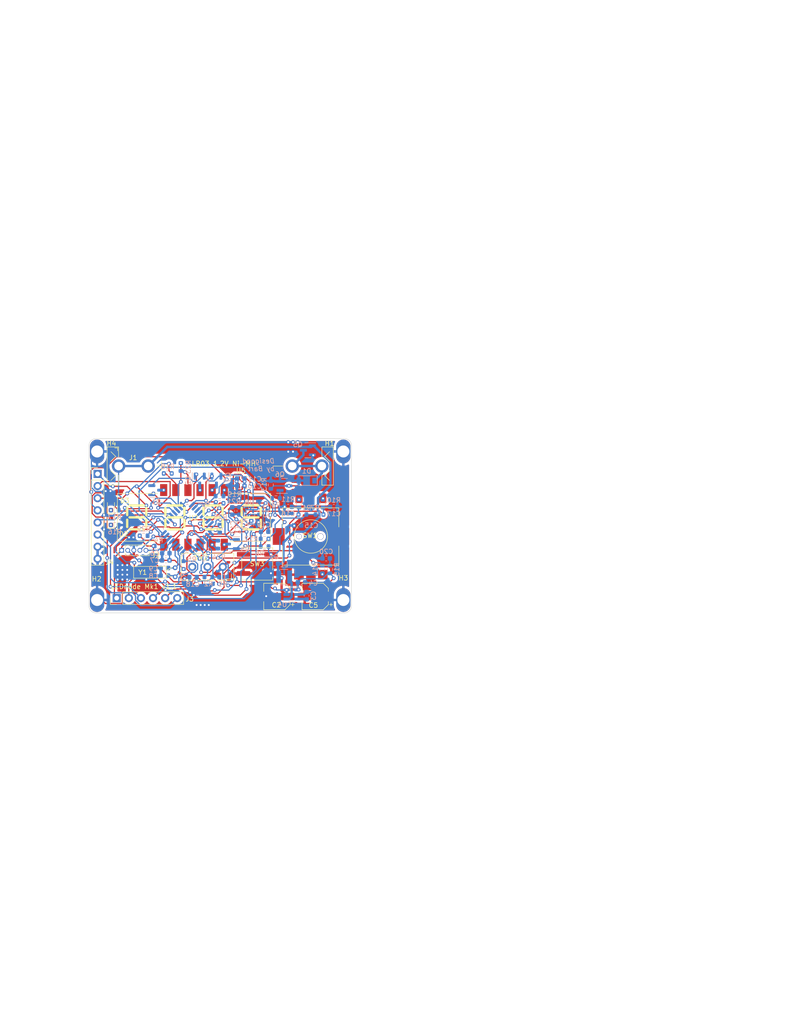
<source format=kicad_pcb>
(kicad_pcb (version 20211014) (generator pcbnew)
  (layers (0 "F.Cu" signal) (31 "B.Cu" signal) (34 "B.Paste" user) (35 "F.Paste" user) (36 "B.SilkS" user "B.Silkscreen") (37 "F.SilkS" user "F.Silkscreen") (38 "B.Mask" user) (39 "F.Mask" user) (44 "Edge.Cuts" user))
  (net 0 "")
  (net 1 "/INPUT")
  (net 2 "GND")
  (net 3 "Net-(C3-Pad1)")
  (net 4 "+3V3")
  (net 5 "Net-(C8-Pad1)")
  (net 6 "Net-(C9-Pad1)")
  (net 7 "Net-(C12-Pad1)")
  (net 8 "Net-(L1-Pad2)")
  (net 9 "/ENC2")
  (net 10 "/ENC1")
  (net 11 "/MODE")
  (net 12 "Net-(D1-Pad1)")
  (net 13 "Net-(D2-Pad1)")
  (net 14 "/SDA")
  (net 15 "/LED2")
  (net 16 "/SCL")
  (net 17 "Net-(D3-Pad1)")
  (net 18 "/ADC")
  (net 19 "/SYS_SWDCLK")
  (net 20 "/SYS_SWDIO")
  (net 21 "/SYS_RST")
  (net 22 "/Tx")
  (net 23 "/Rx")
  (net 24 "/DISP_0")
  (net 25 "/DISP_3")
  (net 26 "/BUTTON1")
  (net 27 "/BUTTON2")
  (net 28 "/DISP_D")
  (net 29 "/DISP_G")
  (net 30 "/DISP_1")
  (net 31 "Net-(Q1-Pad3)")
  (net 32 "/DISP_2")
  (net 33 "Net-(Q2-Pad3)")
  (net 34 "Net-(Q3-Pad3)")
  (net 35 "/DISP_A")
  (net 36 "Net-(Q4-Pad3)")
  (net 39 "Net-(Q6-Pad1)")
  (net 40 "Net-(Q6-Pad3)")
  (net 41 "Net-(R2-Pad1)")
  (net 42 "Net-(R6-Pad1)")
  (net 43 "/ENCODER_ACTIVE")
  (net 44 "Net-(R10-Pad2)")
  (net 45 "Net-(R11-Pad2)")
  (net 46 "Net-(R14-Pad1)")
  (net 48 "/DISP_C")
  (net 49 "/DISP_E")
  (net 50 "/DISP_DP")
  (net 51 "/DISP_B")
  (net 52 "/DISP_F")
  (net 53 "Net-(U2-Pad11)")
  (net 54 "Net-(U2-Pad7)")
  (net 55 "Net-(U2-Pad4)")
  (net 56 "Net-(U2-Pad2)")
  (net 57 "Net-(U2-Pad1)")
  (net 58 "Net-(U2-Pad10)")
  (net 59 "Net-(U2-Pad5)")
  (net 60 "Net-(U2-Pad3)")
  (footprint "BartLib_Battery:BC-0401 AAA R3" (layer "F.Cu") (at 104 74.25)
    (fp_text reference "J1")
    (fp_text value "Ni-MH")
  )
  (footprint "BartLib_Encoder:EC11J12-15P30C-SW" (layer "F.Cu") (at 123 89 180)
    (fp_text reference "SW1")
    (fp_text value "EC11J12-15P30C-SW")
  )
  (footprint "BartLib_Pad:WirePad 4mm^2 Rect" (layer "F.Cu") (at 78.2 71.2)
    (fp_text reference "H4")
    (fp_text value "MountingHole_Pad")
  )
  (footprint "Capacitor_SMD:CP_Elec_5x4.5" (layer "F.Cu") (at 123.9 101.57 180)
    (fp_text reference "C5")
    (fp_text value "476")
  )
  (footprint "Connector_PinHeader_2.54mm:PinHeader_1x06_P2.54mm_Vertical" (layer "F.Cu") (at 82.3 101.9 90)
    (fp_text reference "J3")
    (fp_text value "GPIO1")
  )
  (footprint "BartLib_Pad:WirePad 4mm^2 Rect" (layer "F.Cu") (at 129.8 101.3)
    (fp_text reference "H3")
    (fp_text value "MountingHole_Pad")
  )
  (footprint "BartLib_Switch:MFP 120" (layer "F.Cu") (at 101.341964 95.361429 180)
    (fp_text reference "SW2")
    (fp_text value "MFP 120")
  )
  (footprint "Capacitor_SMD:CP_Elec_5x4.5" (layer "F.Cu") (at 115.88 101.57 180)
    (fp_text reference "C2")
    (fp_text value "476")
  )
  (footprint "Button_Switch_SMD:SW_SPST_B3SL-1002P" (layer "F.Cu") (at 111.75 94.75 180)
    (fp_text reference "SW3")
    (fp_text value "TL3342F160QG")
  )
  (footprint "BartLib_Pad:WirePad 4mm^2 Rect" (layer "F.Cu") (at 129.8 71.2)
    (fp_text reference "H1")
    (fp_text value "MountingHole_Pad")
  )
  (footprint "Connector_PinHeader_2.54mm:PinHeader_1x08_P2.54mm_Vertical" (layer "F.Cu") (at 78.3 75.9)
    (fp_text reference "J4")
    (fp_text value "GPIO2")
  )
  (footprint "BartLib_Display:LED 7.2mm SMD" (layer "F.Cu") (at 98.5 85)
    (fp_text reference "U2")
    (fp_text value "AF-02841BMR-B")
  )
  (footprint "Crystal:Crystal_C26-LF_D2.1mm_L6.5mm_Horizontal" (layer "F.Cu") (at 94.55 95.55 -90)
    (fp_text reference "Y1")
    (fp_text value "32k768")
  )
  (footprint "Connector_PinHeader_1.27mm:PinHeader_1x05_P1.27mm_Vertical" (layer "F.Cu") (at 83.35 91.9 90)
    (fp_text reference "J2")
    (fp_text value "SWD")
  )
  (footprint "LED_SMD:LED_0603_1608Metric" (layer "F.Cu") (at 81.1 82.6875 90)
    (fp_text reference "D3")
    (fp_text value "LED1")
  )
  (footprint "Package_LGA:Bosch_LGA-8_2.5x2.5mm_P0.65mm_ClockwisePinNumbering" (layer "F.Cu") (at 108.312011 77.675)
    (fp_text reference "U5")
    (fp_text value "BME280")
  )
  (footprint "BartLib_Pad:WirePad 4mm^2 Rect" (layer "F.Cu") (at 78.2 101.3)
    (fp_text reference "H2")
    (fp_text value "MountingHole_Pad")
  )
  (footprint "LED_SMD:LED_0603_1608Metric" (layer "F.Cu") (at 81.1 85.7875 90)
    (fp_text reference "D2")
    (fp_text value "LED2")
  )
  (footprint "Resistor_SMD:R_0603_1608Metric" (layer "B.Cu") (at 125.5 82.1 90)
    (fp_text reference "R10")
    (fp_text value "220")
  )
  (footprint "Capacitor_SMD:C_0603_1608Metric" (layer "B.Cu") (at 92.6 94 180)
    (fp_text reference "C7")
    (fp_text value "105")
  )
  (footprint "Capacitor_SMD:C_0603_1608Metric" (layer "B.Cu") (at 92.3 97.2 180)
    (fp_text reference "C8")
    (fp_text value "100")
  )
  (footprint "Package_TO_SOT_SMD:SOT-23" (layer "B.Cu") (at 122.3625 70.95 180)
    (fp_text reference "Q5")
    (fp_text value "IRLML6346")
  )
  (footprint "Capacitor_SMD:C_0603_1608Metric" (layer "B.Cu") (at 92.6 92.5 180)
    (fp_text reference "C6")
    (fp_text value "104")
  )
  (footprint "Package_TO_SOT_SMD:SOT-23" (layer "B.Cu") (at 90.6 79.3)
    (fp_text reference "Q1")
    (fp_text value "PDTB113ET.215")
  )
  (footprint "Capacitor_SMD:C_0603_1608Metric" (layer "B.Cu") (at 127.8 82.8)
    (fp_text reference "C17")
    (fp_text value "104")
  )
  (footprint "Package_TO_SOT_SMD:SOT-23" (layer "B.Cu") (at 99.7 77.3 -90)
    (fp_text reference "Q2")
    (fp_text value "PDTB113ET.215")
  )
  (footprint "Resistor_SMD:R_0603_1608Metric" (layer "B.Cu") (at 93 75.8 180)
    (fp_text reference "R18")
    (fp_text value "470R")
  )
  (footprint "Capacitor_SMD:C_0603_1608Metric" (layer "B.Cu") (at 120.2 86.7 180)
    (fp_text reference "C15")
    (fp_text value "104")
  )
  (footprint "Capacitor_SMD:C_0603_1608Metric" (layer "B.Cu") (at 122.1 101.4 90)
    (fp_text reference "C3")
    (fp_text value "104")
  )
  (footprint "Resistor_SMD:R_0603_1608Metric" (layer "B.Cu") (at 81.9 83.5)
    (fp_text reference "R17")
    (fp_text value "1k")
  )
  (footprint "Capacitor_SMD:C_0603_1608Metric" (layer "B.Cu") (at 108.025 83.65 -90)
    (fp_text reference "C14")
    (fp_text value "105")
  )
  (footprint "Resistor_SMD:R_0603_1608Metric" (layer "B.Cu") (at 120.5 82.1 90)
    (fp_text reference "R11")
    (fp_text value "220")
  )
  (footprint "Capacitor_SMD:C_0603_1608Metric" (layer "B.Cu") (at 113.3 88)
    (fp_text reference "C19")
    (fp_text value "104")
  )
  (footprint "Resistor_SMD:R_0603_1608Metric" (layer "B.Cu") (at 121.225 84.4 180)
    (fp_text reference "R1")
    (fp_text value "10k")
  )
  (footprint "Resistor_SMD:R_0603_1608Metric" (layer "B.Cu") (at 127 95.9 90)
    (fp_text reference "R15")
    (fp_text value "MCU_INT")
  )
  (footprint "Package_TO_SOT_SMD:SOT-23" (layer "B.Cu") (at 106.4375 90.6 180)
    (fp_text reference "Q4")
    (fp_text value "PDTB113ET.215")
  )
  (footprint "Capacitor_SMD:C_0603_1608Metric" (layer "B.Cu") (at 106.525 83.65 -90)
    (fp_text reference "C13")
    (fp_text value "104")
  )
  (footprint "Capacitor_SMD:C_0603_1608Metric" (layer "B.Cu") (at 118.225 82.8)
    (fp_text reference "C16")
    (fp_text value "104")
  )
  (footprint "Resistor_SMD:R_0603_1608Metric" (layer "B.Cu") (at 113.3 91.1 180)
    (fp_text reference "R6")
    (fp_text value "220R")
  )
  (footprint "Capacitor_SMD:C_0603_1608Metric" (layer "B.Cu") (at 115.325 94.7 180)
    (fp_text reference "C1")
    (fp_text value "105")
  )
  (footprint "Package_TO_SOT_SMD:SOT-23-6" (layer "B.Cu") (at 119.0375 101.15 180)
    (fp_text reference "U4")
    (fp_text value "AP1603")
  )
  (footprint "Resistor_SMD:R_0603_1608Metric" (layer "B.Cu") (at 124.8 84.4)
    (fp_text reference "R7")
    (fp_text value "10k")
  )
  (footprint "Resistor_SMD:R_0603_1608Metric" (layer "B.Cu") (at 103.85 82.05 180)
    (fp_text reference "R21")
    (fp_text value "470R")
  )
  (footprint "Capacitor_SMD:C_0603_1608Metric" (layer "B.Cu") (at 92.3 95.6 180)
    (fp_text reference "C9")
    (fp_text value "100")
  )
  (footprint "Capacitor_SMD:C_0603_1608Metric" (layer "B.Cu") (at 108.312011 76.875 180)
    (fp_text reference "C11")
    (fp_text value "104")
  )
  (footprint "Resistor_SMD:R_0603_1608Metric" (layer "B.Cu") (at 81.9 86.6)
    (fp_text reference "R16")
    (fp_text value "1k")
  )
  (footprint "Resistor_SMD:R_0603_1608Metric" (layer "B.Cu") (at 103.9 87.35 -90)
    (fp_text reference "R25")
    (fp_text value "470R")
  )
  (footprint "Package_TO_SOT_SMD:SOT-23" (layer "B.Cu") (at 117.4625 78.4)
    (fp_text reference "Q6")
    (fp_text value "BSS138")
  )
  (footprint "Package_LGA:LGA-12_2x2mm_P0.5mm" (layer "B.Cu") (at 110.125 83.65 180)
    (fp_text reference "U6")
    (fp_text value "LIS3MDL")
  )
  (footprint "Capacitor_SMD:C_0603_1608Metric" (layer "B.Cu") (at 126.2 93.6 180)
    (fp_text reference "C20")
    (fp_text value "104")
  )
  (footprint "Capacitor_SMD:C_0603_1608Metric" (layer "B.Cu") (at 121.025 98.6)
    (fp_text reference "C4")
    (fp_text value "105")
  )
  (footprint "Capacitor_SMD:C_0603_1608Metric" (layer "B.Cu") (at 98.3 97.5 180)
    (fp_text reference "C18")
    (fp_text value "104")
  )
  (footprint "Resistor_SMD:R_0603_1608Metric" (layer "B.Cu") (at 110.5 86.55 -90)
    (fp_text reference "R20")
    (fp_text value "470R")
  )
  (footprint "Resistor_SMD:R_0603_1608Metric" (layer "B.Cu") (at 100.5 93.6 180)
    (fp_text reference "R5")
    (fp_text value "4k7")
  )
  (footprint "Diode_SMD:D_SOD-123" (layer "B.Cu") (at 122.1 77.3 180)
    (fp_text reference "D1")
    (fp_text value "MBR0530")
  )
  (footprint "Resistor_SMD:R_0603_1608Metric" (layer "B.Cu") (at 87.95 88.85 180)
    (fp_text reference "R22")
    (fp_text value "470R")
  )
  (footprint "Resistor_SMD:R_0603_1608Metric" (layer "B.Cu") (at 96.3 95 90)
    (fp_text reference "R3")
    (fp_text value "4k7")
  )
  (footprint "Capacitor_SMD:C_0603_1608Metric" (layer "B.Cu") (at 108.312011 78.375 180)
    (fp_text reference "C10")
    (fp_text value "104")
  )
  (footprint "Resistor_SMD:R_0603_1608Metric" (layer "B.Cu") (at 125.4 95.9 90)
    (fp_text reference "R14")
    (fp_text value "220R")
  )
  (footprint "Package_TO_SOT_SMD:SOT-23" (layer "B.Cu") (at 103.2 77.3 -90)
    (fp_text reference "Q3")
    (fp_text value "PDTB113ET.215")
  )
  (footprint "Capacitor_SMD:C_0603_1608Metric" (layer "B.Cu") (at 112.225 83.65 90)
    (fp_text reference "C12")
    (fp_text value "104")
  )
  (footprint "Resistor_SMD:R_0603_1608Metric" (layer "B.Cu") (at 91.075 91)
    (fp_text reference "R4")
    (fp_text value "10k")
  )
  (footprint "Resistor_SMD:R_0603_1608Metric" (layer "B.Cu") (at 103.85 80.55)
    (fp_text reference "R19")
    (fp_text value "470R")
  )
  (footprint "Resistor_SMD:R_0603_1608Metric" (layer "B.Cu") (at 113.3 89.5 180)
    (fp_text reference "R12")
    (fp_text value "MCU_INT")
  )
  (footprint "Resistor_SMD:R_0603_1608Metric" (layer "B.Cu") (at 114.6 78.2 90)
    (fp_text reference "R13")
    (fp_text value "0")
  )
  (footprint "Resistor_SMD:R_0603_1608Metric" (layer "B.Cu") (at 104.6 97.5 180)
    (fp_text reference "R9")
    (fp_text value "MCU_INT")
  )
  (footprint "Resistor_SMD:R_0603_1608Metric" (layer "B.Cu") (at 95.75 74.45 -90)
    (fp_text reference "R23")
    (fp_text value "470R")
  )
  (footprint "Resistor_SMD:R_0603_1608Metric" (layer "B.Cu") (at 101.525 97.5)
    (fp_text reference "R2")
    (fp_text value "220R")
  )
  (footprint "Inductor_SMD:L_Abracon_ASPI-3012S" (layer "B.Cu") (at 117.4 97.5)
    (fp_text reference "L1")
    (fp_text value "22uH / WLPN303010M220PB")
  )
  (footprint "Package_QFP:LQFP-32_7x7mm_P0.8mm" (layer "B.Cu") (at 97.1 87.3 45)
    (fp_text reference "U1")
    (fp_text value "STM32G071KxT")
  )
  (footprint "Resistor_SMD:R_0603_1608Metric" (layer "B.Cu") (at 103.5 90.7 -90)
    (fp_text reference "R24")
    (fp_text value "470R")
  )
  (footprint "Resistor_SMD:R_0603_1608Metric" (layer "B.Cu") (at 115.675 81)
    (fp_text reference "R8")
    (fp_text value "1k")
  )
  (gr_line (start 104 68.5) (end 78 68.5) (layer "Edge.Cuts") (width 0.1))
  (gr_arc (start 130 68.5) (mid 131.06066 68.93934) (end 131.5 70) (layer "Edge.Cuts") (width 0.1))
  (gr_arc (start 78 105) (mid 76.93934 104.56066) (end 76.5 103.5) (layer "Edge.Cuts") (width 0.1))
  (gr_line (start 78 105) (end 130 105) (layer "Edge.Cuts") (width 0.1))
  (gr_arc (start 76.5 70) (mid 76.93934 68.93934) (end 78 68.5) (layer "Edge.Cuts") (width 0.1))
  (gr_line (start 76.5 70) (end 76.5 103.5) (layer "Edge.Cuts") (width 0.1))
  (gr_line (start 131.5 103.5) (end 131.5 70) (layer "Edge.Cuts") (width 0.1))
  (gr_arc (start 131.5 103.5) (mid 131.06066 104.56066) (end 130 105) (layer "Edge.Cuts") (width 0.1))
  (gr_line (start 104 68.5) (end 130 68.5) (layer "Edge.Cuts") (width 0.1))
  (gr_text "Designed\nby Bart" (at 115.5 74) (layer "B.SilkS") (effects (font (size 1 1) (thickness 0.15) italic) (justify left mirror)))
  (gr_text "LEDnode Mk1 v1.1" (at 88 99.5) (layer "F.SilkS") (effects (font (size 1 1))))
  (segment (start 116.86 100.35) (end 118.08 101.57) (width 0.5) (layer "F.Cu") (net 1))
  (segment (start 116.86 97.71) (end 116.86 100.35) (width 0.5) (layer "F.Cu") (net 1))
  (via (at 116.86 97.71) (size 0.8) (drill 0.4) (layers "F.Cu" "B.Cu") (net 1))
  (segment (start 123.04952 70.25048) (end 123.3 70) (width 0.5) (layer "B.Cu") (net 1))
  (segment (start 88.948384 86.501616) (end 82.7 80.253231) (width 0.25) (layer "B.Cu") (net 1))
  (segment (start 89.482706 86.501616) (end 91.140545 88.159455) (width 0.25) (layer "B.Cu") (net 1))
  (segment (start 88.948384 86.501616) (end 89.482706 86.501616) (width 0.25) (layer "B.Cu") (net 1))
  (segment (start 91.140545 88.159455) (end 91.140545 88.559455) (width 0.25) (layer "B.Cu") (net 1))
  (segment (start 117.25 94.25) (end 117.25 90.25) (width 0.5) (layer "B.Cu") (net 1))
  (segment (start 124.5 83.602151) (end 124.5 80.95215) (width 0.5) (layer "B.Cu") (net 1))
  (segment (start 82.7 74.25) (end 88.9 74.25) (width 0.5) (layer "B.Cu") (net 1))
  (segment (start 116.8 94.7) (end 117.25 94.25) (width 0.5) (layer "B.Cu") (net 1))
  (segment (start 127.099511 73.504617) (end 123.594894 70) (width 0.5) (layer "B.Cu") (net 1))
  (segment (start 119.499521 88.000479) (end 121.69737 88.000479) (width 0.5) (layer "B.Cu") (net 1))
  (segment (start 92.89952 70.25048) (end 123.04952 70.25048) (width 0.5) (layer "B.Cu") (net 1))
  (segment (start 124.5 80.95215) (end 127.099511 78.35264) (width 0.5) (layer "B.Cu") (net 1))
  (segment (start 127.099511 78.35264) (end 127.099511 73.504617) (width 0.5) (layer "B.Cu") (net 1))
  (segment (start 117.25 90.25) (end 119.499521 88.000479) (width 0.5) (layer "B.Cu") (net 1))
  (segment (start 91.140545 88.559455) (end 91.073384 88.626616) (width 0.25) (layer "B.Cu") (net 1))
  (segment (start 88.9 74.25) (end 92.89952 70.25048) (width 0.5) (layer "B.Cu") (net 1))
  (segment (start 116.1 94.7) (end 116.8 94.7) (width 0.5) (layer "B.Cu") (net 1))
  (segment (start 92.369452 89.202121) (end 91.64889 89.202121) (width 0.25) (layer "B.Cu") (net 1))
  (segment (start 116.25 97.5) (end 116.65 97.5) (width 0.5) (layer "B.Cu") (net 1))
  (segment (start 116.65 97.5) (end 116.86 97.71) (width 0.5) (layer "B.Cu") (net 1))
  (segment (start 121.69737 88.000479) (end 124.77452 84.923329) (width 0.5) (layer "B.Cu") (net 1))
  (segment (start 116.1 97.35) (end 116.25 97.5) (width 0.5) (layer "B.Cu") (net 1))
  (segment (start 124.77452 83.876671) (end 124.5 83.602151) (width 0.5) (layer "B.Cu") (net 1))
  (segment (start 82.7 80.253231) (end 82.7 74.25) (width 0.25) (layer "B.Cu") (net 1))
  (segment (start 124.77452 84.923329) (end 124.77452 83.876671) (width 0.5) (layer "B.Cu") (net 1))
  (segment (start 116.1 94.7) (end 116.1 97.35) (width 0.5) (layer "B.Cu") (net 1))
  (segment (start 92.733616 88.837957) (end 92.369452 89.202121) (width 0.25) (layer "B.Cu") (net 1))
  (segment (start 91.64889 89.202121) (end 91.073384 88.626616) (width 0.25) (layer "B.Cu") (net 1))
  (segment (start 123.594894 70) (end 123.3 70) (width 0.5) (layer "B.Cu") (net 1))
  (segment (start 113.68 101.57) (end 113.68 101.55) (width 0.25) (layer "F.Cu") (net 2))
  (segment (start 79 96.5) (end 78.2 97.3) (width 0.25) (layer "F.Cu") (net 2))
  (segment (start 108.875 96.75) (end 114.625 96.75) (width 0.25) (layer "F.Cu") (net 2))
  (segment (start 78.2 97.3) (end 78.2 101.3) (width 0.25) (layer "F.Cu") (net 2))
  (segment (start 108 81) (end 113.453904 81) (width 0.25) (layer "F.Cu") (net 2))
  (segment (start 114.9245 97) (end 114.625 96.7005) (width 0.25) (layer "F.Cu") (net 2))
  (segment (start 107.75 96.75) (end 108.875 96.75) (width 0.25) (layer "F.Cu") (net 2))
  (segment (start 79.651 87.5) (end 79.651 84.5) (width 0.25) (layer "F.Cu") (net 2))
  (segment (start 77.175489 84.175489) (end 77.935489 84.935489) (width 0.25) (layer "F.Cu") (net 2))
  (segment (start 107.337011 77.4) (end 107.412011 77.475) (width 0.25) (layer "F.Cu") (net 2))
  (segment (start 77.175489 80.514211) (end 77.175489 84.175489) (width 0.25) (layer "F.Cu") (net 2))
  (segment (start 112.35 83) (end 112.225 82.875) (width 0.25) (layer "F.Cu") (net 2))
  (segment (start 79.924511 103.024511) (end 83.475489 103.024511) (width 0.25) (layer "F.Cu") (net 2))
  (segment (start 106.5 98) (end 107.75 96.75) (width 0.25) (layer "F.Cu") (net 2))
  (segment (start 113.453904 81) (end 114.174511 81.720607) (width 0.25) (layer "F.Cu") (net 2))
  (segment (start 107.412011 77.475) (end 107.987011 78.05) (width 0.25) (layer "F.Cu") (net 2))
  (segment (start 83.475489 103.024511) (end 83.5 103) (width 0.25) (layer "F.Cu") (net 2))
  (segment (start 79.215511 84.935489) (end 79.651 84.5) (width 0.25) (layer "F.Cu") (net 2))
  (segment (start 114.174511 81.720607) (end 114.174511 82.825489) (width 0.25) (layer "F.Cu") (net 2))
  (segment (start 83.5 103) (end 83.5 98) (width 0.25) (layer "F.Cu") (net 2))
  (segment (start 114.174511 82.825489) (end 114 83) (width 0.25) (layer "F.Cu") (net 2))
  (segment (start 107.337011 76.65) (end 107.337011 77.4) (width 0.25) (layer "F.Cu") (net 2))
  (segment (start 78.2 101.3) (end 79.924511 103.024511) (width 0.25) (layer "F.Cu") (net 2))
  (segment (start 77.935489 84.935489) (end 79.215511 84.935489) (width 0.25) (layer "F.Cu") (net 2))
  (segment (start 112 86) (end 113.6745 86) (width 0.25) (layer "F.Cu") (net 2))
  (segment (start 79.644511 79.855489) (end 77.834211 79.855489) (width 0.25) (layer "F.Cu") (net 2))
  (segment (start 80 79.5) (end 79.644511 79.855489) (width 0.25) (layer "F.Cu") (net 2))
  (segment (start 107.987011 78.05) (end 107.987011 78.7) (width 0.25) (layer "F.Cu") (net 2))
  (segment (start 114 83) (end 112.35 83) (width 0.25) (layer "F.Cu") (net 2))
  (segment (start 117.25 83) (end 117.5 82.75) (width 0.25) (layer "F.Cu") (net 2))
  (segment (start 90.724194 100.224194) (end 92.549694 100.224194) (width 0.25) (layer "F.Cu") (net 2))
  (segment (start 88.5 98) (end 90.724194 100.224194) (width 0.25) (layer "F.Cu") (net 2))
  (segment (start 114 83) (end 117.25 83) (width 0.25) (layer "F.Cu") (net 2))
  (segment (start 77.834211 79.855489) (end 77.175489 80.514211) (width 0.25) (layer "F.Cu") (net 2))
  (segment (start 113.68 101.55) (end 113.63 101.5) (width 0.25) (layer "F.Cu") (net 2))
  (segment (start 120.5 97) (end 114.9245 97) (width 0.25) (layer "F.Cu") (net 2))
  (via (at 82.5 98) (size 0.8) (drill 0.4) (layers "F.Cu" "B.Cu") (net 2))
  (via (at 79 96.5) (size 0.8) (drill 0.4) (layers "F.Cu" "B.Cu") (net 2))
  (via (at 84.9 89.2) (size 0.8) (drill 0.4) (layers "F.Cu" "B.Cu") (net 2))
  (via (at 98.45 101.25) (size 0.8) (drill 0.4) (layers "F.Cu" "B.Cu") (net 2))
  (via (at 107.412011 77.475) (size 0.8) (drill 0.4) (layers "F.Cu" "B.Cu") (net 2))
  (via (at 113.6745 86) (size 0.8) (drill 0.4) (layers "F.Cu" "B.Cu") (net 2))
  (via (at 119.5 86.75) (size 0.8) (drill 0.4) (layers "F.Cu" "B.Cu") (net 2))
  (via (at 79.651 87.5) (size 0.8) (drill 0.4) (layers "F.Cu" "B.Cu") (net 2))
  (via (at 96.5 97.8255) (size 0.8) (drill 0.4) (layers "F.Cu" "B.Cu") (net 2))
  (via (at 101.6 103.35) (size 0.8) (drill 0.4) (layers "F.Cu" "B.Cu") (net 2))
  (via (at 83.5 98) (size 0.8) (drill 0.4) (layers "F.Cu" "B.Cu") (net 2))
  (via (at 119.25 71.25) (size 0.8) (drill 0.4) (layers "F.Cu" "B.Cu") (net 2))
  (via (at 88.5 98) (size 0.8) (drill 0.4) (layers "F.Cu" "B.Cu") (net 2))
  (via (at 84.5 98) (size 0.8) (drill 0.4) (layers "F.Cu" "B.Cu") (net 2))
  (via (at 114.625 96.7005) (size 0.8) (drill 0.4) (layers "F.Cu" "B.Cu") (net 2))
  (via (at 113.63 101.5) (size 0.8) (drill 0.4) (layers "F.Cu" "B.Cu") (net 2))
  (via (at 79.651 84.5) (size 0.8) (drill 0.4) (layers "F.Cu" "B.Cu") (net 2))
  (via (at 83.5 97) (size 0.8) (drill 0.4) (layers "F.Cu" "B.Cu") (net 2))
  (via (at 83.5 96) (size 0.8) (drill 0.4) (layers "F.Cu" "B.Cu") (net 2))
  (via (at 97.7 100.7) (size 0.8) (drill 0.4) (layers "F.Cu" "B.Cu") (net 2))
  (via (at 117.5 82.75) (size 0.8) (drill 0.4) (layers "F.Cu" "B.Cu") (net 2))
  (via (at 83.5 95) (size 0.8) (drill 0.4) (layers "F.Cu" "B.Cu") (net 2))
  (via (at 118.25 71.25) (size 0.8) (drill 0.4) (layers "F.Cu" "B.Cu") (net 2))
  (via (at 84.5 97) (size 0.8) (drill 0.4) (layers "F.Cu" "B.Cu") (net 2))
  (via (at 119.25 69.25) (size 0.8) (drill 0.4) (layers "F.Cu" "B.Cu") (net 2))
  (via (at 112.225 82.875) (size 0.8) (drill 0.4) (layers "F.Cu" "B.Cu") (net 2))
  (via (at 123.5 72) (size 0.8) (drill 0.4) (layers "F.Cu" "B.Cu") (net 2))
  (via (at 84.5 96) (size 0.8) (drill 0.4) (layers "F.Cu" "B.Cu") (net 2))
  (via (at 106.5 98) (size 0.8) (drill 0.4) (layers "F.Cu" "B.Cu") (net 2))
  (via (at 81 79.5) (size 0.8) (drill 0.4) (layers "F.Cu" "B.Cu") (net 2))
  (via (at 118.25 69.25) (size 0.8) (drill 0.4) (layers "F.Cu" "B.Cu") (net 2))
  (via (at 108 81) (size 0.8) (drill 0.4) (layers "F.Cu" "B.Cu") (net 2))
  (via (at 84.5 95) (size 0.8) (drill 0.4) (layers "F.Cu" "B.Cu") (net 2))
  (via (at 85.8 89.2) (size 0.8) (drill 0.4) (layers "F.Cu" "B.Cu") (net 2))
  (via (at 100.75 103.35) (size 0.8) (drill 0.4) (layers "F.Cu" "B.Cu") (net 2))
  (via (at 80 79.5) (size 0.8) (drill 0.4) (layers "F.Cu" "B.Cu") (net 2))
  (via (at 99.9 103.35) (size 0.8) (drill 0.4) (layers "F.Cu" "B.Cu") (net 2))
  (via (at 82.5 97) (size 0.8) (drill 0.4) (layers "F.Cu" "B.Cu") (net 2))
  (via (at 92.549694 100.224194) (size 0.8) (drill 0.4) (layers "F.Cu" "B.Cu") (net 2))
  (via (at 82.5 95) (size 0.8) (drill 0.4) (layers "F.Cu" "B.Cu") (net 2))
  (via (at 99.05 103.35) (size 0.8) (drill 0.4) (layers "F.Cu" "B.Cu") (net 2))
  (via (at 112 86) (size 0.8) (drill 0.4) (layers "F.Cu" "B.Cu") (net 2))
  (via (at 114 83) (size 0.8) (drill 0.4) (layers "F.Cu" "B.Cu") (net 2))
  (via (at 120.25 69.25) (size 0.8) (drill 0.4) (layers "F.Cu" "B.Cu") (net 2))
  (via (at 82.5 96) (size 0.8) (drill 0.4) (layers "F.Cu" "B.Cu") (net 2))
  (segment (start 77 72.4) (end 78.2 71.2) (width 0.25) (layer "B.Cu") (net 2))
  (segment (start 110.375 83.299022) (end 110.375 82.8875) (width 0.25) (layer "B.Cu") (net 2))
  (segment (start 110.274022 83.4) (end 110.375 83.299022) (width 0.25) (layer "B.Cu") (net 2))
  (segment (start 80 79.5) (end 79.935489 79.564511) (width 0.25) (layer "B.Cu") (net 2))
  (segment (start 123.4 71.9) (end 123.5 72) (width 0.25) (layer "B.Cu") (net 2))
  (segment (start 107.537011 76.875) (end 107.537011 77.35) (width 0.25) (layer "B.Cu") (net 2))
  (segment (start 113.63 97.6955) (end 114.625 96.7005) (width 0.25) (layer "B.Cu") (net 2))
  (segment (start 90.725 98) (end 88.5 98) (width 0.25) (layer "B.Cu") (net 2))
  (segment (start 123.3 71.9) (end 123.4 71.9) (width 0.25) (layer "B.Cu") (net 2))
  (segment (start 113.63 101.5) (end 113.63 97.6955) (width 0.25) (layer "B.Cu") (net 2))
  (segment (start 110.8875 83.4) (end 111.7 83.4) (width 0.25) (layer "B.Cu") (net 2))
  (segment (start 107.412011 80.22452) (end 108 80.812509) (width 0.25) (layer "B.Cu") (net 2))
  (segment (start 114.55 94.7) (end 114.55 96.6255) (width 0.25) (layer "B.Cu") (net 2))
  (segment (start 107.412011 77.475) (end 107.412011 80.22452) (width 0.25) (layer "B.Cu") (net 2))
  (segment (start 91.525 97.2) (end 90.725 98) (width 0.25) (layer "B.Cu") (net 2))
  (segment (start 114.55 96.6255) (end 114.625 96.7005) (width 0.25) (layer "B.Cu") (net 2))
  (segment (start 105.278928 98.5) (end 106 98.5) (width 0.25) (layer "B.Cu") (net 2))
  (segment (start 110.8875 83.4) (end 110.274022 83.4) (width 0.25) (layer "B.Cu") (net 2))
  (segment (start 106 98.5) (end 106.5 98) (width 0.25) (layer "B.Cu") (net 2))
  (segment (start 111.7 83.4) (end 112.225 82.875) (width 0.25) (layer "B.Cu") (net 2))
  (segment (start 97.525 97.5) (end 96.8255 97.5) (width 0.25) (layer "B.Cu") (net 2))
  (segment (start 113.5 85.8255) (end 113.5 83.5) (width 0.25) (layer "B.Cu") (net 2))
  (segment (start 113.5 83.5) (end 114 83) (width 0.25) (layer "B.Cu") (net 2))
  (segment (start 104.541964 97.763036) (end 105.278928 98.5) (width 0.25) (layer "B.Cu") (net 2))
  (segment (start 107.537011 77.6) (end 107.412011 77.475) (width 0.25) (layer "B.Cu") (net 2))
  (segment (start 78.3 95.8) (end 79 96.5) (width 0.25) (layer "B.Cu") (net 2))
  (segment (start 82.725 86.6) (end 81.825 87.5) (width 0.25) (layer "B.Cu") (net 2))
  (segment (start 77 78.7303) (end 77 72.4) (width 0.25) (layer "B.Cu") (net 2))
  (segment (start 108.025 84.539028) (end 109.885492 86.39952) (width 0.25) (layer "B.Cu") (net 2))
  (segment (start 96.8255 97.5) (end 96.5 97.8255) (width 0.25) (layer "B.Cu") (net 2))
  (segment (start 92.975481 90.858833) (end 92.975481 91.349519) (width 0.25) (layer "B.Cu") (net 2))
  (segment (start 110.8875 83.9) (end 110.8875 83.4) (width 0.25) (layer "B.Cu") (net 2))
  (segment (start 108.025 84.425) (end 108.025 84.539028) (width 0.25) (layer "B.Cu") (net 2))
  (segment (start 108 80.812509) (end 108 81) (width 0.25) (layer "B.Cu") (net 2))
  (segment (start 104.541964 95.361429) (end 104.541964 97.763036) (width 0.25) (layer "B.Cu") (net 2))
  (segment (start 109.3625 83.4) (end 110.274022 83.4) (width 0.25) (layer "B.Cu") (net 2))
  (segment (start 113.6745 86) (end 113.5 85.8255) (width 0.25) (layer "B.Cu") (net 2))
  (segment (start 121.575 101.15) (end 122.1 100.625) (width 0.5) (layer "B.Cu") (net 2))
  (segment (start 107.537011 77.35) (end 107.412011 77.475) (width 0.25) (layer "B.Cu") (net 2))
  (segment (start 79.935489 79.564511) (end 77.834211 79.564511) (width 0.25) (layer "B.Cu") (net 2))
  (segment (start 77.834211 79.564511) (end 77 78.7303) (width 0.25) (layer "B.Cu") (net 2))
  (segment (start 109.885492 86.39952) (end 111.60048 86.39952) (width 0.25) (layer "B.Cu") (net 2))
  (segment (start 92.975481 91.349519) (end 91.825 92.5) (width 0.25) (layer "B.Cu") (net 2))
  (segment (start 120.175 101.15) (end 121.575 101.15) (width 0.5) (layer "B.Cu") (net 2))
  (segment (start 81.825 87.5) (end 79.651 87.5) (width 0.25) (layer "B.Cu") (net 2))
  (segment (start 111.60048 86.39952) (end 112 86) (width 0.25) (layer "B.Cu") (net 2))
  (segment (start 107.537011 78.375) (end 107.537011 77.6) (width 0.25) (layer "B.Cu") (net 2))
  (segment (start 93.864986 89.969328) (end 92.975481 90.858833) (width 0.25) (layer "B.Cu") (net 2))
  (segment (start 78.3 93.68) (end 78.3 95.8) (width 0.25) (layer "B.Cu") (net 2))
  (segment (start 120.175 102.1) (end 122.025 102.1) (width 0.5) (layer "B.Cu") (net 3))
  (segment (start 122.025 102.1) (end 122.1 102.175) (width 0.5) (layer "B.Cu") (net 3))
  (segment (start 90 93) (end 90.5 93.5) (width 0.25) (layer "F.Cu") (net 4))
  (segment (start 91 94) (end 93.375 94) (width 0.25) (layer "F.Cu") (net 4))
  (segment (start 82.3 101.9) (end 81.825489 101.425489) (width 0.25) (layer "F.Cu") (net 4))
  (segment (start 90 91) (end 90 93) (width 0.25) (layer "F.Cu") (net 4))
  (segment (start 107.987011 76.974022) (end 108.512989 77.5) (width 0.25) (layer "F.Cu") (net 4))
  (segment (start 112.625 91) (end 109.3 91) (width 0.25) (layer "F.Cu") (net 4))
  (segment (start 84.5 90.05) (end 83.35 91.2) (width 0.25) (layer "F.Cu") (net 4))
  (segment (start 120.4 100.1) (end 118 100.1) (width 0.5) (layer "F.Cu") (net 4))
  (segment (start 107.361522 79.224511) (end 108.4625 79.224511) (width 0.25) (layer "F.Cu") (net 4))
  (segment (start 88.65 91) (end 87.7 90.05) (width 0.25) (layer "F.Cu") (net 4))
  (segment (start 109.287011 78.575) (end 109.087011 78.375) (width 0.25) (layer "F.Cu") (net 4))
  (segment (start 107.337011 79.2) (end 107.361522 79.224511) (width 0.25) (layer "F.Cu") (net 4))
  (segment (start 101.15 100.4) (end 102.67598 100.4) (width 0.25) (layer "F.Cu") (net 4))
  (segment (start 101.425 93.5) (end 101.325 93.6) (width 0.25) (layer "F.Cu") (net 4))
  (segment (start 108.637011 79.05) (end 108.637011 78.7) (width 0.25) (layer "F.Cu") (net 4))
  (segment (start 107.987011 76.65) (end 107.987011 76.974022) (width 0.25) (layer "F.Cu") (net 4))
  (segment (start 98.720607 97.650989) (end 99.350989 97.650989) (width 0.25) (layer "F.Cu") (net 4))
  (segment (start 112.625 91) (end 114.125 89.5) (width 0.25) (layer "F.Cu") (net 4))
  (segment (start 98.325489 98.224511) (end 98.325489 98.046107) (width 0.25) (layer "F.Cu") (net 4))
  (segment (start 103.5 93.5) (end 101.425 93.5) (width 0.25) (layer "F.Cu") (net 4))
  (segment (start 113.5 98.5) (end 114.88 99.88) (width 0.25) (layer "F.Cu") (net 4))
  (segment (start 114.88 99.88) (end 115.47 99.88) (width 0.25) (layer "F.Cu") (net 4))
  (segment (start 90.5 93.5) (end 90.5 94.75) (width 0.25) (layer "F.Cu") (net 4))
  (segment (start 94.475 94) (end 96.3 95.825) (width 0.25) (layer "F.Cu") (net 4))
  (segment (start 90 91) (end 88.65 91) (width 0.25) (layer "F.Cu") (net 4))
  (segment (start 109.287011 78.7) (end 108.637011 78.7) (width 0.25) (layer "F.Cu") (net 4))
  (segment (start 90.5 93.5) (end 91 94) (width 0.25) (layer "F.Cu") (net 4))
  (segment (start 118 100.1) (end 117.9 100.2) (width 0.5) (layer "F.Cu") (net 4))
  (segment (start 100.275 99.525) (end 101.15 100.4) (width 0.25) (layer "F.Cu") (net 4))
  (segment (start 98.325489 98.046107) (end 98.720607 97.650989) (width 0.25) (layer "F.Cu") (net 4))
  (segment (start 83.35 91.2) (end 83.35 91.9) (width 0.25) (layer "F.Cu") (net 4))
  (segment (start 81.825489 93.424511) (end 83.35 91.9) (width 0.25) (layer "F.Cu") (net 4))
  (segment (start 99.400989 97.650989) (end 100.275 98.525) (width 0.25) (layer "F.Cu") (net 4))
  (segment (start 107.5 98.5) (end 113.5 98.5) (width 0.25) (layer "F.Cu") (net 4))
  (segment (start 109.3 91) (end 109.25 90.95) (width 0.25) (layer "F.Cu") (net 4))
  (segment (start 90.5 94.75) (end 94.250011 98.500011) (width 0.25) (layer "F.Cu") (net 4))
  (segment (start 108.512989 77.5) (end 109.087011 77.5) (width 0.25) (layer "F.Cu") (net 4))
  (segment (start 93.375 94) (end 94.475 94) (width 0.25) (layer "F.Cu") (net 4))
  (segment (start 108.4625 79.224511) (end 108.637011 79.05) (width 0.25) (layer "F.Cu") (net 4))
  (segment (start 100.275 98.525) (end 100.275 99.525) (width 0.25) (layer "F.Cu") (net 4))
  (segment (start 87.7 90.05) (end 84.5 90.05) (width 0.25) (layer "F.Cu") (net 4))
  (segment (start 81.825489 101.425489) (end 81.825489 93.424511) (width 0.25) (layer "F.Cu") (net 4))
  (segment (start 102.67598 100.4) (end 102.85 100.22598) (width 0.25) (layer "F.Cu") (net 4))
  (segment (start 126.1 99.41) (end 127.77 97.74) (width 0.25) (layer "F.Cu") (net 4))
  (segment (start 107.337011 78.7) (end 107.337011 79.2) (width 0.25) (layer "F.Cu") (net 4))
  (segment (start 109.287011 78.7) (end 109.287011 78.575) (width 0.25) (layer "F.Cu") (net 4))
  (segment (start 99.350989 97.650989) (end 99.400989 97.650989) (width 0.25) (layer "F.Cu") (net 4))
  (segment (start 126.1 101.57) (end 126.1 99.41) (width 0.25) (layer "F.Cu") (net 4))
  (segment (start 98.049989 98.500011) (end 98.325489 98.224511) (width 0.25) (layer "F.Cu") (net 4))
  (segment (start 94.250011 98.500011) (end 98.049989 98.500011) (width 0.25) (layer "F.Cu") (net 4))
  (via (at 101.325 93.6) (size 0.8) (drill 0.4) (layers "F.Cu" "B.Cu") (net 4))
  (via (at 93.375 94) (size 0.8) (drill 0.4) (layers "F.Cu" "B.Cu") (net 4))
  (via (at 120.4 100.1) (size 0.8) (drill 0.4) (layers "F.Cu" "B.Cu") (net 4))
  (via (at 96.3 95.825) (size 0.8) (drill 0.4) (layers "F.Cu" "B.Cu") (net 4))
  (via (at 109.25 90.95) (size 0.8) (drill 0.4) (layers "F.Cu" "B.Cu") (net 4))
  (via (at 114.125 89.5) (size 0.8) (drill 0.4) (layers "F.Cu" "B.Cu") (net 4))
  (via (at 107.5 98.5) (size 0.8) (drill 0.4) (layers "F.Cu" "B.Cu") (net 4))
  (via (at 109.087011 78.375) (size 0.8) (drill 0.4) (layers "F.Cu" "B.Cu") (net 4))
  (via (at 115.47 99.88) (size 0.8) (drill 0.4) (layers "F.Cu" "B.Cu") (net 4))
  (via (at 109.087011 77.5) (size 0.8) (drill 0.4) (layers "F.Cu" "B.Cu") (net 4))
  (via (at 117.9 100.2) (size 0.8) (drill 0.4) (layers "F.Cu" "B.Cu") (net 4))
  (via (at 103.5 93.5) (size 0.8) (drill 0.4) (layers "F.Cu" "B.Cu") (net 4))
  (via (at 102.85 100.22598) (size 0.8) (drill 0.4) (layers "F.Cu" "B.Cu") (net 4))
  (via (at 90 91) (size 0.8) (drill 0.4) (layers "F.Cu" "B.Cu") (net 4))
  (via (at 127.77 97.74) (size 0.8) (drill 0.4) (layers "F.Cu" "B.Cu") (net 4))
  (segment (start 107.375 91.55) (end 105.45 91.55) (width 0.25) (layer "B.Cu") (net 4))
  (segment (start 102.725119 77.37452) (end 103.737139 76.3625) (width 0.25) (layer "B.Cu") (net 4))
  (segment (start 105.77402 100.22598) (end 107.5 98.5) (width 0.25) (layer "B.Cu") (net 4))
  (segment (start 97.600969 76.825489) (end 98.249639 77.474159) (width 0.25) (layer "B.Cu") (net 4))
  (segment (start 104.15 76.3625) (end 104.38702 76.12548) (width 0.25) (layer "B.Cu") (net 4))
  (segment (start 103.737139 76.3625) (end 104.15 76.3625) (width 0.25) (layer "B.Cu") (net 4))
  (segment (start 127 96.725) (end 126.546072 96.725) (width 0.25) (layer "B.Cu") (net 4))
  (segment (start 90.25 91) (end 90 91) (width 0.25) (layer "B.Cu") (net 4))
  (segment (start 120.25 100.125) (end 120.175 100.2) (width 0.5) (layer "B.Cu") (net 4))
  (segment (start 108.5 90.425) (end 107.375 91.55) (width 0.25) (layer "B.Cu") (net 4))
  (segment (start 116.85048 85.14952) (end 121.30048 85.14952) (width 0.25) (layer "B.Cu") (net 4))
  (segment (start 115.47 99.88) (end 115.79 100.2) (width 0.25) (layer "B.Cu") (net 4))
  (segment (start 115.5 86.5) (end 116.85048 85.14952) (width 0.25) (layer "B.Cu") (net 4))
  (segment (start 91.187011 76.825489) (end 97.600969 76.825489) (width 0.25) (layer "B.Cu") (net 4))
  (segment (start 105.666475 97.258525) (end 105.666475 95.833525) (width 0.25) (layer "B.Cu") (net 4))
  (segment (start 106.525 82.875) (end 108.025 82.875) (width 0.25) (layer "B.Cu") (net 4))
  (segment (start 115.79 100.2) (end 117.9 100.2) (width 0.25) (layer "B.Cu") (net 4))
  (segment (start 109.3625 82.9) (end 108.05 82.9) (width 0.25) (layer "B.Cu") (net 4))
  (segment (start 120.175 100.2) (end 120.3 100.2) (width 0.5) (layer "B.Cu") (net 4))
  (segment (start 105.77548 84.856907) (end 106.068093 85.14952) (width 0.25) (layer "B.Cu") (net 4))
  (segment (start 109.824511 84.849511) (end 108.900489 84.849511) (width 0.25) (layer "B.Cu") (net 4))
  (segment (start 120.99952 97.85048) (end 120.25 98.6) (width 0.25) (layer "B.Cu") (net 4))
  (segment (start 109.875 84.4125) (end 109.875 84.799022) (width 0.25) (layer "B.Cu") (net 4))
  (segment (start 120.975 85.475) (end 122.05 84.4) (width 0.25) (layer "B.Cu") (net 4))
  (segment (start 102.85 100.22598) (end 105.77402 100.22598) (width 0.25) (layer "B.Cu") (net 4))
  (segment (start 100.65 76.3625) (end 101.66202 77.37452) (width 0.25) (layer "B.Cu") (net 4))
  (segment (start 125.420592 97.85048) (end 120.99952 97.85048) (width 0.25) (layer "B.Cu") (net 4))
  (segment (start 109.875 84.799022) (end 109.824511 84.849511) (width 0.25) (layer "B.Cu") (net 4))
  (segment (start 105.45 91.55) (end 103.5 93.5) (width 0.25) (layer "B.Cu") (net 4))
  (segment (start 108.025 82.875) (end 108.900489 83.750489) (width 0.25) (layer "B.Cu") (net 4))
  (segment (start 108.5 87.5) (end 108.5 90.425) (width 0.25) (layer "B.Cu") (net 4))
  (segment (start 126.546072 96.725) (end 125.420592 97.85048) (width 0.25) (layer "B.Cu") (net 4))
  (segment (start 105.666475 94.89564) (end 104.270835 93.5) (width 0.25) (layer "B.Cu") (net 4))
  (segment (start 106.14952 85.14952) (end 108.5 87.5) (width 0.25) (layer "B.Cu") (net 4))
  (segment (start 108.900489 84.849511) (end 108.900489 83.750489) (width 0.25) (layer "B.Cu") (net 4))
  (segment (start 120.975 86.7) (end 120.975 85.475) (width 0.25) (layer "B.Cu") (net 4))
  (segment (start 109.087011 81.812989) (end 109.087011 78.375) (width 0.25) (layer "B.Cu") (net 4))
  (segment (start 93.375 92.5) (end 93.375 94) (width 0.25) (layer "B.Cu") (net 4))
  (segment (start 98.249639 77.474159) (end 99.12548 77.474159) (width 0.25) (layer "B.Cu") (net 4))
  (segment (start 120.25 98.6) (end 120.25 100.125) (width 0.5) (layer "B.Cu") (net 4))
  (segment (start 93.375 91.590686) (end 94.430672 90.535014) (width 0.25) (layer "B.Cu") (net 4))
  (segment (start 106.068093 85.14952) (end 106.14952 85.14952) (width 0.25) (layer "B.Cu") (net 4))
  (segment (start 105.77548 83.62452) (end 105.77548 84.856907) (width 0.25) (layer "B.Cu") (net 4))
  (segment (start 104.270835 93.5) (end 103.5 93.5) (width 0.25) (layer "B.Cu") (net 4))
  (segment (start 105.666475 95.833525) (end 105.666475 94.89564) (width 0.25) (layer "B.Cu") (net 4))
  (segment (start 127.77 97.74) (end 127.77 97.495) (width 0.25) (layer "B.Cu") (net 4))
  (segment (start 107.375 91.55) (end 108.65 91.55) (width 0.25) (layer "B.Cu") (net 4))
  (segment (start 105.425 97.5) (end 105.666475 97.258525) (width 0.25) (layer "B.Cu") (net 4))
  (segment (start 123.975 84.4) (end 122.05 84.4) (width 0.25) (layer "B.Cu") (net 4))
  (segment (start 93.375 92.5) (end 93.375 91.590686) (width 0.25) (layer "B.Cu") (net 4))
  (segment (start 127.77 97.495) (end 127 96.725) (width 0.25) (layer "B.Cu") (net 4))
  (segment (start 114.125 89.5) (end 115.5 88.125) (width 0.25) (layer "B.Cu") (net 4))
  (segment (start 101.66202 77.37452) (end 102.725119 77.37452) (width 0.25) (layer "B.Cu") (net 4))
  (segment (start 107.5 97.66705) (end 107.5 98.5) (width 0.25) (layer "B.Cu") (net 4))
  (segment (start 109.875 84.4125) (end 110.375 84.4125) (width 0.25) (layer "B.Cu") (net 4))
  (segment (start 115.5 88.125) (end 115.5 86.5) (width 0.25) (layer "B.Cu") (net 4))
  (segment (start 108.025 82.875) (end 109.087011 81.812989) (width 0.25) (layer "B.Cu") (net 4))
  (segment (start 120.3 100.2) (end 120.4 100.1) (width 0.5) (layer "B.Cu") (net 4))
  (segment (start 117.9 100.2) (end 117.9 101.15) (width 0.5) (layer "B.Cu") (net 4))
  (segment (start 106.525 82.875) (end 105.77548 83.62452) (width 0.25) (layer "B.Cu") (net 4))
  (segment (start 105.666475 95.833525) (end 107.5 97.66705) (width 0.25) (layer "B.Cu") (net 4))
  (segment (start 108.337491 76.12548) (end 109.087011 76.875) (width 0.25) (layer "B.Cu") (net 4))
  (segment (start 99.12548 77.474159) (end 100.237139 76.3625) (width 0.25) (layer "B.Cu") (net 4))
  (segment (start 100.237139 76.3625) (end 100.65 76.3625) (width 0.25) (layer "B.Cu") (net 4))
  (segment (start 89.6625 78.35) (end 91.187011 76.825489) (width 0.25) (layer "B.Cu") (net 4))
  (segment (start 109.087011 76.875) (end 109.087011 77.5) (width 0.25) (layer "B.Cu") (net 4))
  (segment (start 108.65 91.55) (end 109.25 90.95) (width 0.25) (layer "B.Cu") (net 4))
  (segment (start 104.38702 76.12548) (end 108.337491 76.12548) (width 0.25) (layer "B.Cu") (net 4))
  (segment (start 109.087011 77.5) (end 109.087011 78.375) (width 0.25) (layer "B.Cu") (net 4))
  (segment (start 94.55 97.45) (end 95.5 96.5) (width 0.25) (layer "B.Cu") (net 5))
  (segment (start 95.5 93.053231) (end 95.197879 92.75111) (width 0.25) (layer "B.Cu") (net 5))
  (segment (start 93.075 97.2) (end 94.3 97.2) (width 0.25) (layer "B.Cu") (net 5))
  (segment (start 95.197879 92.030548) (end 95.562043 91.666384) (width 0.25) (layer "B.Cu") (net 5))
  (segment (start 95.5 96.5) (end 95.5 93.053231) (width 0.25) (layer "B.Cu") (net 5))
  (segment (start 95.197879 92.75111) (end 95.197879 92.030548) (width 0.25) (layer "B.Cu") (net 5))
  (segment (start 94.3 97.2) (end 94.55 97.45) (width 0.25) (layer "B.Cu") (net 5))
  (segment (start 95.10048 93.60048) (end 95.10048 94.99952) (width 0.25) (layer "B.Cu") (net 6))
  (segment (start 94.55 91.547056) (end 94.55 93.05) (width 0.25) (layer "B.Cu") (net 6))
  (segment (start 95.10048 94.99952) (end 94.55 95.55) (width 0.25) (layer "B.Cu") (net 6))
  (segment (start 94.55 93.05) (end 95.10048 93.60048) (width 0.25) (layer "B.Cu") (net 6))
  (segment (start 93.075 95.6) (end 94.5 95.6) (width 0.25) (layer "B.Cu") (net 6))
  (segment (start 94.996357 91.100699) (end 94.55 91.547056) (width 0.25) (layer "B.Cu") (net 6))
  (segment (start 94.5 95.6) (end 94.55 95.55) (width 0.25) (layer "B.Cu") (net 6))
  (segment (start 110.8875 84.4) (end 112.2 84.4) (width 0.25) (layer "B.Cu") (net 7))
  (segment (start 112.2 84.4) (end 112.225 84.425) (width 0.25) (layer "B.Cu") (net 7))
  (segment (start 118.96202 101.63798) (end 118.5 102.1) (width 0.5) (layer "B.Cu") (net 8))
  (segment (start 118.55 98.375) (end 118.96202 98.78702) (width 0.5) (layer "B.Cu") (net 8))
  (segment (start 118.96202 98.78702) (end 118.96202 101.63798) (width 0.5) (layer "B.Cu") (net 8))
  (segment (start 118.55 97.5) (end 118.55 98.375) (width 0.5) (layer "B.Cu") (net 8))
  (segment (start 118.5 102.1) (end 117.9 102.1) (width 0.5) (layer "B.Cu") (net 8))
  (segment (start 100 96.5) (end 101.793693 96.5) (width 0.25) (layer "F.Cu") (net 9))
  (segment (start 117.975489 93.524511) (end 118.5 93) (width 0.25) (layer "F.Cu") (net 9))
  (segment (start 118.565332 86.234668) (end 120.4 84.4) (width 0.25) (layer "F.Cu") (net 9))
  (segment (start 101.793693 96.5) (end 104.769182 93.524511) (width 0.25) (layer "F.Cu") (net 9))
  (segment (start 118.565332 90.065332) (end 118.565332 86.234668) (width 0.25) (layer "F.Cu") (net 9))
  (segment (start 104.769182 93.524511) (end 117.975489 93.524511) (width 0.25) (layer "F.Cu") (net 9))
  (via (at 100 96.5) (size 0.8) (drill 0.4) (layers "F.Cu" "B.Cu") (net 9))
  (via (at 118.565332 90.065332) (size 0.8) (drill 0.4) (layers "F.Cu" "B.Cu") (net 9))
  (via (at 118.5 93) (size 0.8) (drill 0.4) (layers "F.Cu" "B.Cu") (net 9))
  (via (at 120.4 84.4) (size 0.8) (drill 0.4) (layers "F.Cu" "B.Cu") (net 9))
  (segment (start 99.203643 91.100699) (end 100.34952 92.246576) (width 0.25) (layer "B.Cu") (net 9))
  (segment (start 120.4 83.025) (end 120.5 82.925) (width 0.25) (layer "B.Cu") (net 9))
  (segment (start 100.34952 92.246576) (end 100.34952 94.65048) (width 0.25) (layer "B.Cu") (net 9))
  (segment (start 118.5 90.130664) (end 118.565332 90.065332) (width 0.25) (layer "B.Cu") (net 9))
  (segment (start 120.4 84.4) (end 120.4 83.025) (width 0.25) (layer "B.Cu") (net 9))
  (segment (start 118.5 93) (end 118.5 90.130664) (width 0.25) (layer "B.Cu") (net 9))
  (segment (start 120.375 82.8) (end 120.5 82.925) (width 0.25) (layer "B.Cu") (net 9))
  (segment (start 100 95) (end 100 96.5) (width 0.25) (layer "B.Cu") (net 9))
  (segment (start 119 82.8) (end 120.375 82.8) (width 0.25) (layer "B.Cu") (net 9))
  (segment (start 100.34952 94.65048) (end 100 95) (width 0.25) (layer "B.Cu") (net 9))
  (segment (start 101.3 88.5) (end 105.453904 88.5) (width 0.25) (layer "F.Cu") (net 10))
  (segment (start 110.228415 83.725489) (end 124.950489 83.725489) (width 0.25) (layer "F.Cu") (net 10))
  (segment (start 98 88.5) (end 98.95 88.5) (width 0.25) (layer "F.Cu") (net 10))
  (segment (start 99.5 89.05) (end 100.75 89.05) (width 0.25) (layer "F.Cu") (net 10))
  (segment (start 100.75 89.05) (end 101.3 88.5) (width 0.25) (layer "F.Cu") (net 10))
  (segment (start 98.95 88.5) (end 99.5 89.05) (width 0.25) (layer "F.Cu") (net 10))
  (segment (start 105.453904 88.5) (end 110.228415 83.725489) (width 0.25) (layer "F.Cu") (net 10))
  (segment (start 124.950489 83.725489) (end 125.625 84.4) (width 0.25) (layer "F.Cu") (net 10))
  (via (at 98 88.5) (size 0.8) (drill 0.4) (layers "F.Cu" "B.Cu") (net 10))
  (via (at 125.625 84.4) (size 0.8) (drill 0.4) (layers "F.Cu" "B.Cu") (net 10))
  (segment (start 98.273794 91.273794) (end 97 90) (width 0.25) (layer "B.Cu") (net 10))
  (segment (start 97.5 88.5) (end 98 88.5) (width 0.25) (layer "B.Cu") (net 10))
  (segment (start 125.625 82.8) (end 125.5 82.925) (width 0.25) (layer "B.Cu") (net 10))
  (segment (start 98.637957 91.666384) (end 98.273794 91.302221) (width 0.25) (layer "B.Cu") (net 10))
  (segment (start 97 89) (end 97 90) (width 0.25) (layer "B.Cu") (net 10))
  (segment (start 97 89) (end 97.5 88.5) (width 0.25) (layer "B.Cu") (net 10))
  (segment (start 98.273794 91.302221) (end 98.273794 91.273794) (width 0.25) (layer "B.Cu") (net 10))
  (segment (start 125.625 83.05) (end 125.5 82.925) (width 0.25) (layer "B.Cu") (net 10))
  (segment (start 125.625 84.4) (end 125.625 83.05) (width 0.25) (layer "B.Cu") (net 10))
  (segment (start 127.025 82.8) (end 125.625 82.8) (width 0.25) (layer "B.Cu") (net 10))
  (segment (start 98.3255 99) (end 99 98.3255) (width 0.25) (layer "F.Cu") (net 11))
  (segment (start 98.3255 99) (end 93.5 99) (width 0.25) (layer "F.Cu") (net 11))
  (segment (start 92.931887 98.431887) (end 92.456408 98.431887) (width 0.25) (layer "F.Cu") (net 11))
  (segment (start 93.5 99) (end 92.931887 98.431887) (width 0.25) (layer "F.Cu") (net 11))
  (via (at 99 98.3255) (size 0.8) (drill 0.4) (layers "F.Cu" "B.Cu") (net 11))
  (via (at 92.456408 98.431887) (size 0.8) (drill 0.4) (layers "F.Cu" "B.Cu") (net 11))
  (segment (start 100.24952 98.24952) (end 101.60048 98.24952) (width 0.25) (layer "B.Cu") (net 11))
  (segment (start 92.213784 98.674511) (end 81.899531 98.674511) (width 0.25) (layer "B.Cu") (net 11))
  (segment (start 100.17354 98.3255) (end 100.24952 98.24952) (width 0.25) (layer "B.Cu") (net 11))
  (segment (start 81.000011 97.774991) (end 81.000011 91.300011) (width 0.25) (layer "B.Cu") (net 11))
  (segment (start 81.899531 98.674511) (end 81.000011 97.774991) (width 0.25) (layer "B.Cu") (net 11))
  (segment (start 99 98.3255) (end 100.17354 98.3255) (width 0.25) (layer "B.Cu") (net 11))
  (segment (start 102.466475 97.383525) (end 102.35 97.5) (width 0.25) (layer "B.Cu") (net 11))
  (segment (start 102.173269 91.740319) (end 102.173269 94.240319) (width 0.25) (layer "B.Cu") (net 11))
  (segment (start 101.5 90.002944) (end 101.5 91.06705) (width 0.25) (layer "B.Cu") (net 11))
  (segment (start 81.000011 91.300011) (end 78.3 88.6) (width 0.25) (layer "B.Cu") (net 11))
  (segment (start 101.60048 98.24952) (end 102.35 97.5) (width 0.25) (layer "B.Cu") (net 11))
  (segment (start 102.466475 94.533525) (end 102.466475 97.383525) (width 0.25) (layer "B.Cu") (net 11))
  (segment (start 100.900699 89.403643) (end 101.5 90.002944) (width 0.25) (layer "B.Cu") (net 11))
  (segment (start 102.35 97.5) (end 103.775 97.5) (width 0.25) (layer "B.Cu") (net 11))
  (segment (start 92.456408 98.431887) (end 92.213784 98.674511) (width 0.25) (layer "B.Cu") (net 11))
  (segment (start 102.173269 94.240319) (end 102.466475 94.533525) (width 0.25) (layer "B.Cu") (net 11))
  (segment (start 101.5 91.06705) (end 102.173269 91.740319) (width 0.25) (layer "B.Cu") (net 11))
  (segment (start 125.3 74.25) (end 125.3 75.75) (width 0.5) (layer "B.Cu") (net 12))
  (segment (start 121.425 71.925) (end 119.1 74.25) (width 0.5) (layer "B.Cu") (net 12))
  (segment (start 125.3 74.25) (end 119.1 74.25) (width 0.5) (layer "B.Cu") (net 12))
  (segment (start 121.425 70.95) (end 121.425 71.925) (width 0.5) (layer "B.Cu") (net 12))
  (segment (start 125.3 75.75) (end 123.75 77.3) (width 0.5) (layer "B.Cu") (net 12))
  (via (at 81.1 86.575) (size 0.8) (drill 0.4) (layers "F.Cu" "B.Cu") (net 13))
  (segment (start 81.075 86.6) (end 81.1 86.575) (width 0.25) (layer "B.Cu") (net 13))
  (segment (start 108.637011 76.325978) (end 108.637011 76.65) (width 0.25) (layer "F.Cu") (net 14))
  (segment (start 113.5 80) (end 115.5 82) (width 0.25) (layer "F.Cu") (net 14))
  (segment (start 109.875969 79.624031) (end 107.124031 79.624031) (width 0.25) (layer "F.Cu") (net 14))
  (segment (start 110.5 80) (end 110 79.5) (width 0.25) (layer "F.Cu") (net 14))
  (segment (start 106.7375 79.2375) (end 106.7375 76.2625) (width 0.25) (layer "F.Cu") (net 14))
  (segment (start 106.7375 76.2625) (end 107 76) (width 0.25) (layer "F.Cu") (net 14))
  (segment (start 117.5 86) (end 116 84.5) (width 0.25) (layer "F.Cu") (net 14))
  (segment (start 110.5 80) (end 113.5 80) (width 0.25) (layer "F.Cu") (net 14))
  (segment (start 107 76) (end 108.311033 76) (width 0.25) (layer "F.Cu") (net 14))
  (segment (start 107.124031 79.624031) (end 106.7375 79.2375) (width 0.25) (layer "F.Cu") (net 14))
  (segment (start 116 84.5) (end 115.5 84.5) (width 0.25) (layer "F.Cu") (net 14))
  (segment (start 108.311033 76) (end 108.637011 76.325978) (width 0.25) (layer "F.Cu") (net 14))
  (segment (start 110 79.5) (end 109.875969 79.624031) (width 0.25) (layer "F.Cu") (net 14))
  (via (at 110 79.5) (size 0.8) (drill 0.4) (layers "F.Cu" "B.Cu") (net 14))
  (via (at 115.5 84.5) (size 0.8) (drill 0.4) (layers "F.Cu" "B.Cu") (net 14))
  (via (at 115.5 82) (size 0.8) (drill 0.4) (layers "F.Cu" "B.Cu") (net 14))
  (via (at 117.5 86) (size 0.8) (drill 0.4) (layers "F.Cu" "B.Cu") (net 14))
  (segment (start 95.5 99.5) (end 98 102) (width 0.25) (layer "B.Cu") (net 14))
  (segment (start 114.644062 93.424511) (end 114.904393 93.424511) (width 0.25) (layer "B.Cu") (net 14))
  (segment (start 116.5 89) (end 117 88.5) (width 0.25) (layer "B.Cu") (net 14))
  (segment (start 95.324511 98.675489) (end 95.324511 97.675489) (width 0.25) (layer "B.Cu") (net 14))
  (segment (start 89.92 101.9) (end 92.82 99) (width 0.25) (layer "B.Cu") (net 14))
  (segment (start 95.324511 97.675489) (end 96.078214 96.921786) (width 0.25) (layer "B.Cu") (net 14))
  (segment (start 110.5 97.568573) (end 114.644062 93.424511) (width 0.25) (layer "B.Cu") (net 14))
  (segment (start 99.266475 95.827218) (end 99.266475 94.766475) (width 0.25) (layer "B.Cu") (net 14))
  (segment (start 96.3 94.175) (end 96.3 92.404342) (width 0.25) (layer "B.Cu") (net 14))
  (segment (start 117 88.5) (end 117 86.5) (width 0.25) (layer "B.Cu") (net 14))
  (segment (start 99.266475 94.766475) (end 98.675 94.175) (width 0.25) (layer "B.Cu") (net 14))
  (segment (start 109.875 79.625) (end 110 79.5) (width 0.25) (layer "B.Cu") (net 14))
  (segment (start 96.921786 96.921786) (end 97.357633 96.48594) (width 0.25) (layer "B.Cu") (net 14))
  (segment (start 109.875 82.8875) (end 109.875 79.625) (width 0.25) (layer "B.Cu") (net 14))
  (segment (start 96.078214 96.921786) (end 96.921786 96.921786) (width 0.25) (layer "B.Cu") (net 14))
  (segment (start 117 86.5) (end 117.5 86) (width 0.25) (layer "B.Cu") (net 14))
  (segment (start 110.5 100.5) (end 110.5 97.568573) (width 0.25) (layer "B.Cu") (net 14))
  (segment (start 92.82 99) (end 95 99) (width 0.25) (layer "B.Cu") (net 14))
  (segment (start 92.32 99.5) (end 95.5 99.5) (width 0.25) (layer "B.Cu") (net 14))
  (segment (start 114.904393 93.424511) (end 116.5 91.828904) (width 0.25) (layer "B.Cu") (net 14))
  (segment (start 98.675 94.175) (end 96.3 94.175) (width 0.25) (layer "B.Cu") (net 14))
  (segment (start 115.5 82) (end 115.5 84.5) (width 0.25) (layer "B.Cu") (net 14))
  (segment (start 98.607753 96.48594) (end 99.266475 95.827218) (width 0.25) (layer "B.Cu") (net 14))
  (segment (start 98 102) (end 109 102) (width 0.25) (layer "B.Cu") (net 14))
  (segment (start 96.3 92.404342) (end 96.127728 92.23207) (width 0.25) (layer "B.Cu") (net 14))
  (segment (start 97.357633 96.48594) (end 98.607753 96.48594) (width 0.25) (layer "B.Cu") (net 14))
  (segment (start 116.5 91.828904) (end 116.5 89) (width 0.25) (layer "B.Cu") (net 14))
  (segment (start 109 102) (end 110.5 100.5) (width 0.25) (layer "B.Cu") (net 14))
  (segment (start 95 99) (end 95.324511 98.675489) (width 0.25) (layer "B.Cu") (net 14))
  (segment (start 81.6 84.5) (end 81.1 85) (width 0.25) (layer "F.Cu") (net 15))
  (segment (start 84.5 78.5) (end 88.5 82.5) (width 0.25) (layer "F.Cu") (net 15))
  (segment (start 89 84.5) (end 81.6 84.5) (width 0.25) (layer "F.Cu") (net 15))
  (segment (start 81.5 78.5) (end 84.5 78.5) (width 0.25) (layer "F.Cu") (net 15))
  (via (at 89 84.5) (size 0.8) (drill 0.4) (layers "F.Cu" "B.Cu") (net 15))
  (via (at 88.5 82.5) (size 0.8) (drill 0.4) (layers "F.Cu" "B.Cu") (net 15))
  (via (at 81.5 78.5) (size 0.8) (drill 0.4) (layers "F.Cu" "B.Cu") (net 15))
  (segment (start 88.5 84) (end 89 84.5) (width 0.25) (layer "B.Cu") (net 15))
  (segment (start 80.9 78.5) (end 81.5 78.5) (width 0.25) (layer "B.Cu") (net 15))
  (segment (start 78.3 75.9) (end 80.9 78.5) (width 0.25) (layer "B.Cu") (net 15))
  (segment (start 89.233492 84.266508) (end 89 84.5) (width 0.25) (layer "B.Cu") (net 15))
  (segment (start 93.500822 84.266508) (end 89.233492 84.266508) (width 0.25) (layer "B.Cu") (net 15))
  (segment (start 88.5 82.5) (end 88.5 84) (width 0.25) (layer "B.Cu") (net 15))
  (segment (start 93.864986 84.630672) (end 93.500822 84.266508) (width 0.25) (layer "B.Cu") (net 15))
  (segment (start 113 88) (end 113.75 87.25) (width 0.25) (layer "F.Cu") (net 16))
  (segment (start 110.5 78) (end 110.5 77.862989) (width 0.25) (layer "F.Cu") (net 16))
  (segment (start 111.5 88) (end 113 88) (width 0.25) (layer "F.Cu") (net 16))
  (segment (start 101.285489 91.748533) (end 101.285489 89.190489) (width 0.25) (layer "F.Cu") (net 16))
  (segment (start 108.2 101.3) (end 109.5 100) (width 0.25) (layer "F.Cu") (net 16))
  (segment (start 99.675 93.359022) (end 101.285489 91.748533) (width 0.25) (layer "F.Cu") (net 16))
  (segment (start 101.475978 89) (end 106 89) (width 0.25) (layer "F.Cu") (net 16))
  (segment (start 110.5 77.862989) (end 109.287011 76.65) (width 0.25) (layer "F.Cu") (net 16))
  (segment (start 107 90) (end 109.5 90) (width 0.25) (layer "F.Cu") (net 16))
  (segment (start 106 89) (end 107 90) (width 0.25) (layer "F.Cu") (net 16))
  (segment (start 98.4 100) (end 99.7 101.3) (width 0.25) (layer "F.Cu") (net 16))
  (segment (start 99.675 93.6) (end 99.675 93.359022) (width 0.25) (layer "F.Cu") (net 16))
  (segment (start 99.7 101.3) (end 108.2 101.3) (width 0.25) (layer "F.Cu") (net 16))
  (segment (start 114.5 87) (end 114.5 84.5) (width 0.25) (layer "F.Cu") (net 16))
  (segment (start 111 88.5) (end 111.5 88) (width 0.25) (layer "F.Cu") (net 16))
  (segment (start 113.75 87.25) (end 114.25 87.25) (width 0.25) (layer "F.Cu") (net 16))
  (segment (start 92.46 101.9) (end 94.36 100) (width 0.25) (layer "F.Cu") (net 16))
  (segment (start 101.285489 89.190489) (end 101.475978 89) (width 0.25) (layer "F.Cu") (net 16))
  (segment (start 114.25 87.25) (end 114.5 87) (width 0.25) (layer "F.Cu") (net 16))
  (segment (start 94.36 100) (end 98.4 100) (width 0.25) (layer "F.Cu") (net 16))
  (segment (start 109.5 90) (end 111 88.5) (width 0.25) (layer "F.Cu") (net 16))
  (via (at 114.5 84.5) (size 0.8) (drill 0.4) (layers "F.Cu" "B.Cu") (net 16))
  (via (at 110.5 78) (size 0.8) (drill 0.4) (layers "F.Cu" "B.Cu") (net 16))
  (via (at 99.675 93.6) (size 0.8) (drill 0.4) (layers "F.Cu" "B.Cu") (net 16))
  (via (at 109.5 100) (size 0.8) (drill 0.4) (layers "F.Cu" "B.Cu") (net 16))
  (via (at 111 88.5) (size 0.8) (drill 0.4) (layers "F.Cu" "B.Cu") (net 16))
  (segment (start 111.5 89) (end 111 88.5) (width 0.25) (layer "B.Cu") (net 16))
  (segment (start 115 84) (end 114.5 84.5) (width 0.25) (layer "B.Cu") (net 16))
  (segment (start 110.8875 80.6125) (end 113.066404 80.6125) (width 0.25) (layer "B.Cu") (net 16))
  (segment (start 111.5 96) (end 111.5 89) (width 0.25) (layer "B.Cu") (net 16))
  (segment (start 115 82.546096) (end 115 84) (width 0.25) (layer "B.Cu") (net 16))
  (segment (start 109.5 98) (end 111.5 96) (width 0.25) (layer "B.Cu") (net 16))
  (segment (start 110.8875 82.9) (end 110.8875 78.3875) (width 0.25) (layer "B.Cu") (net 16))
  (segment (start 113.066404 80.6125) (end 115 82.546096) (width 0.25) (layer "B.Cu") (net 16))
  (segment (start 98.072272 92.23207) (end 98.30707 92.23207) (width 0.25) (layer "B.Cu") (net 16))
  (segment (start 98.30707 92.23207) (end 99.675 93.6) (width 0.25) (layer "B.Cu") (net 16))
  (segment (start 110.8875 78.3875) (end 110.5 78) (width 0.25) (layer "B.Cu") (net 16))
  (segment (start 109.5 100) (end 109.5 98) (width 0.25) (layer "B.Cu") (net 16))
  (via (at 81.1 83.475) (size 0.8) (drill 0.4) (layers "F.Cu" "B.Cu") (net 17))
  (segment (start 81.075 83.5) (end 81.1 83.475) (width 0.25) (layer "B.Cu") (net 17))
  (segment (start 81.1 81.9) (end 82.874511 83.674511) (width 0.25) (layer "F.Cu") (net 18))
  (segment (start 91.674511 83.674511) (end 94.5 86.5) (width 0.25) (layer "F.Cu") (net 18))
  (segment (start 80.3255 82.6745) (end 80.3255 93.5) (width 0.25) (layer "F.Cu") (net 18))
  (segment (start 82.874511 83.674511) (end 91.674511 83.674511) (width 0.25) (layer "F.Cu") (net 18))
  (segment (start 81.1 81.9) (end 80.3255 82.6745) (width 0.25) (layer "F.Cu") (net 18))
  (via (at 80.3255 93.5) (size 0.8) (drill 0.4) (layers "F.Cu" "B.Cu") (net 18))
  (via (at 94.5 86.5) (size 0.8) (drill 0.4) (layers "F.Cu" "B.Cu") (net 18))
  (segment (start 87.3897 103.5) (end 93.4 103.5) (width 0.25) (layer "B.Cu") (net 18))
  (segment (start 93.4 103.5) (end 95 101.9) (width 0.25) (layer "B.Cu") (net 18))
  (segment (start 80.3255 99.9255) (end 81.175489 100.775489) (width 0.25) (layer "B.Cu") (net 18))
  (segment (start 94.5 86.5) (end 94.5 86.397056) (width 0.25) (layer "B.Cu") (net 18))
  (segment (start 94.5 86.397056) (end 93.299301 85.196357) (width 0.25) (layer "B.Cu") (net 18))
  (segment (start 85.596767 100.775489) (end 86.255489 101.434211) (width 0.25) (layer "B.Cu") (net 18))
  (segment (start 80.3255 93.5) (end 80.3255 99.9255) (width 0.25) (layer "B.Cu") (net 18))
  (segment (start 81.175489 100.775489) (end 85.596767 100.775489) (width 0.25) (layer "B.Cu") (net 18))
  (segment (start 86.255489 102.365789) (end 87.3897 103.5) (width 0.25) (layer "B.Cu") (net 18))
  (segment (start 86.255489 101.434211) (end 86.255489 102.365789) (width 0.25) (layer "B.Cu") (net 18))
  (segment (start 104.79952 96.70048) (end 107 94.5) (width 0.25) (layer "F.Cu") (net 19))
  (segment (start 104 85.5) (end 105.349 85.5) (width 0.25) (layer "F.Cu") (net 19))
  (segment (start 109.5 88) (end 107 88) (width 0.25) (layer "F.Cu") (net 19))
  (segment (start 105.349 85.5) (end 105.6745 85.8255) (width 0.25) (layer "F.Cu") (net 19))
  (segment (start 100.00048 100.90048) (end 103.54952 100.90048) (width 0.25) (layer "F.Cu") (net 19))
  (segment (start 103.54952 100.90048) (end 104.79952 99.65048) (width 0.25) (layer "F.Cu") (net 19))
  (segment (start 107 88) (end 106.5 88.5) (width 0.25) (layer "F.Cu") (net 19))
  (segment (start 104.79952 99.65048) (end 104.79952 96.70048) (width 0.25) (layer "F.Cu") (net 19))
  (segment (start 92.5 99.5) (end 98.6 99.5) (width 0.25) (layer "F.Cu") (net 19))
  (segment (start 98.6 99.5) (end 100.00048 100.90048) (width 0.25) (layer "F.Cu") (net 19))
  (segment (start 87 94) (end 92.5 99.5) (width 0.25) (layer "F.Cu") (net 19))
  (via (at 107 94.5) (size 0.8) (drill 0.4) (layers "F.Cu" "B.Cu") (net 19))
  (via (at 109.5 88) (size 0.8) (drill 0.4) (layers "F.Cu" "B.Cu") (net 19))
  (via (at 104 85.5) (size 0.8) (drill 0.4) (layers "F.Cu" "B.Cu") (net 19))
  (via (at 105.6745 85.8255) (size 0.8) (drill 0.4) (layers "F.Cu" "B.Cu") (net 19))
  (via (at 106.5 88.5) (size 0.8) (drill 0.4) (layers "F.Cu" "B.Cu") (net 19))
  (via (at 87 94) (size 0.8) (drill 0.4) (layers "F.Cu" "B.Cu") (net 19))
  (segment (start 102.03207 87.46793) (end 103.1 86.4) (width 0.25) (layer "B.Cu") (net 19))
  (segment (start 109.5 89.6) (end 109.925 90.025) (width 0.25) (layer "B.Cu") (net 19))
  (segment (start 103.1 85.8) (end 103.4 85.5) (width 0.25) (layer "B.Cu") (net 19))
  (segment (start 86.72 94) (end 87 94) (width 0.25) (layer "B.Cu") (net 19))
  (segment (start 102.03207 88.272272) (end 102.03207 87.46793) (width 0.25) (layer "B.Cu") (net 19))
  (segment (start 107.453904 94.5) (end 107 94.5) (width 0.25) (layer "B.Cu") (net 19))
  (segment (start 105.6745 85.8255) (end 105.6745 87.6745) (width 0.25) (layer "B.Cu") (net 19))
  (segment (start 84.62 91.9) (end 86.72 94) (width 0.25) (layer "B.Cu") (net 19))
  (segment (start 109.925 90.025) (end 109.925 92.028904) (width 0.25) (layer "B.Cu") (net 19))
  (segment (start 109.925 92.028904) (end 107.453904 94.5) (width 0.25) (layer "B.Cu") (net 19))
  (segment (start 105.6745 87.6745) (end 106.5 88.5) (width 0.25) (layer "B.Cu") (net 19))
  (segment (start 103.1 86.4) (end 103.1 85.8) (width 0.25) (layer "B.Cu") (net 19))
  (segment (start 103.4 85.5) (end 104 85.5) (width 0.25) (layer "B.Cu") (net 19))
  (segment (start 109.5 88) (end 109.5 89.6) (width 0.25) (layer "B.Cu") (net 19))
  (segment (start 99.15 86.8) (end 99.85 87.5) (width 0.25) (layer "F.Cu") (net 20))
  (segment (start 99.85 87.5) (end 100 87.5) (width 0.25) (layer "F.Cu") (net 20))
  (segment (start 96.45 86.8) (end 99.15 86.8) (width 0.25) (layer "F.Cu") (net 20))
  (segment (start 94.25 89) (end 96.45 86.8) (width 0.25) (layer "F.Cu") (net 20))
  (segment (start 90 89) (end 94.25 89) (width 0.25) (layer "F.Cu") (net 20))
  (via (at 100 87.5) (size 0.8) (drill 0.4) (layers "F.Cu" "B.Cu") (net 20))
  (via (at 90 89) (size 0.8) (drill 0.4) (layers "F.Cu" "B.Cu") (net 20))
  (segment (start 87.16 91.9) (end 90 89.06) (width 0.25) (layer "B.Cu") (net 20))
  (segment (start 100.859798 87.5) (end 102.03207 86.327728) (width 0.25) (layer "B.Cu") (net 20))
  (segment (start 90 89.06) (end 90 89) (width 0.25) (layer "B.Cu") (net 20))
  (segment (start 100 87.5) (end 100.859798 87.5) (width 0.25) (layer "B.Cu") (net 20))
  (segment (start 91 91.9) (end 91.9 91) (width 0.25) (layer "B.Cu") (net 21))
  (segment (start 93.299301 89.403643) (end 93.299301 89.600699) (width 0.25) (layer "B.Cu") (net 21))
  (segment (start 93.299301 89.600699) (end 91.9 91) (width 0.25) (layer "B.Cu") (net 21))
  (segment (start 88.43 91.9) (end 91 91.9) (width 0.25) (layer "B.Cu") (net 21))
  (segment (start 89 87.5) (end 91 85.5) (width 0.25) (layer "F.Cu") (net 22))
  (segment (start 84.84 98.66) (end 86 97.5) (width 0.25) (layer "F.Cu") (net 22))
  (segment (start 87.5 87.5) (end 89 87.5) (width 0.25) (layer "F.Cu") (net 22))
  (segment (start 84.84 101.9) (end 84.84 98.66) (width 0.25) (layer "F.Cu") (net 22))
  (segment (start 86 97.5) (end 86 94.5) (width 0.25) (layer "F.Cu") (net 22))
  (via (at 86 94.5) (size 0.8) (drill 0.4) (layers "F.Cu" "B.Cu") (net 22))
  (via (at 91 85.5) (size 0.8) (drill 0.4) (layers "F.Cu" "B.Cu") (net 22))
  (via (at 87.5 87.5) (size 0.8) (drill 0.4) (layers "F.Cu" "B.Cu") (net 22))
  (segment (start 86 94.5) (end 85.825489 94.325489) (width 0.25) (layer "B.Cu") (net 22))
  (segment (start 84.226467 94.325489) (end 82 92.099022) (width 0.25) (layer "B.Cu") (net 22))
  (segment (start 91 85.5) (end 91.340202 85.5) (width 0.25) (layer "B.Cu") (net 22))
  (segment (start 82 92.099022) (end 82 91) (width 0.25) (layer "B.Cu") (net 22))
  (segment (start 91.340202 85.5) (end 92.16793 86.327728) (width 0.25) (layer "B.Cu") (net 22))
  (segment (start 85.5 87.5) (end 87.5 87.5) (width 0.25) (layer "B.Cu") (net 22))
  (segment (start 85.825489 94.325489) (end 84.226467 94.325489) (width 0.25) (layer "B.Cu") (net 22))
  (segment (start 82 91) (end 85.5 87.5) (width 0.25) (layer "B.Cu") (net 22))
  (segment (start 81 91) (end 81 99.5) (width 0.25) (layer "F.Cu") (net 23))
  (segment (start 86 86) (end 81 91) (width 0.25) (layer "F.Cu") (net 23))
  (segment (start 89 86) (end 86 86) (width 0.25) (layer "F.Cu") (net 23))
  (segment (start 90 85) (end 89 86) (width 0.25) (layer "F.Cu") (net 23))
  (via (at 90 85) (size 0.8) (drill 0.4) (layers "F.Cu" "B.Cu") (net 23))
  (via (at 81 99.5) (size 0.8) (drill 0.4) (layers "F.Cu" "B.Cu") (net 23))
  (segment (start 90.174511 84.825489) (end 90 85) (width 0.25) (layer "B.Cu") (net 23))
  (segment (start 84.98 99.5) (end 87.38 101.9) (width 0.25) (layer "B.Cu") (net 23))
  (segment (start 91.797062 84.825489) (end 90.174511 84.825489) (width 0.25) (layer "B.Cu") (net 23))
  (segment (start 92.733616 85.762043) (end 91.797062 84.825489) (width 0.25) (layer "B.Cu") (net 23))
  (segment (start 81 99.5) (end 84.98 99.5) (width 0.25) (layer "B.Cu") (net 23))
  (segment (start 91.174511 81.174511) (end 91.174511 82.825489) (width 0.25) (layer "F.Cu") (net 24))
  (segment (start 93.5 77.5) (end 93.5 80.5) (width 0.25) (layer "F.Cu") (net 24))
  (segment (start 90 80) (end 91.174511 81.174511) (width 0.25) (layer "F.Cu") (net 24))
  (segment (start 91 83) (end 93.5 80.5) (width 0.25) (layer "F.Cu") (net 24))
  (segment (start 79.24 77.5) (end 93.5 77.5) (width 0.25) (layer "F.Cu") (net 24))
  (segment (start 78.3 78.44) (end 79.24 77.5) (width 0.25) (layer "F.Cu") (net 24))
  (via (at 91 83) (size 0.8) (drill 0.4) (layers "F.Cu" "B.Cu") (net 24))
  (via (at 90 80) (size 0.8) (drill 0.4) (layers "F.Cu" "B.Cu") (net 24))
  (segment (start 89.6625 80.25) (end 89.75 80.25) (width 0.25) (layer "B.Cu") (net 24))
  (segment (start 93.365686 83) (end 94.430672 84.064986) (width 0.25) (layer "B.Cu") (net 24))
  (segment (start 91 83) (end 93.365686 83) (width 0.25) (layer "B.Cu") (net 24))
  (segment (start 89.75 80.25) (end 90 80) (width 0.25) (layer "B.Cu") (net 24))
  (segment (start 100.128913 82.574031) (end 102.074031 82.574031) (width 0.25) (layer "B.Cu") (net 25))
  (segment (start 99.203643 83.499301) (end 100.128913 82.574031) (width 0.25) (layer "B.Cu") (net 25))
  (segment (start 102.074031 82.574031) (end 105 85.5) (width 0.25) (layer "B.Cu") (net 25))
  (segment (start 105 85.5) (end 105 88.5) (width 0.25) (layer "B.Cu") (net 25))
  (segment (start 106.15 89.65) (end 107.375 89.65) (width 0.25) (layer "B.Cu") (net 25))
  (segment (start 105 88.5) (end 106.15 89.65) (width 0.25) (layer "B.Cu") (net 25))
  (segment (start 120.975489 91.975489) (end 123.5 94.5) (width 0.25) (layer "F.Cu") (net 26))
  (segment (start 101.498758 92.511079) (end 106.212057 92.511079) (width 0.25) (layer "F.Cu") (net 26))
  (segment (start 106.747647 91.975489) (end 120.975489 91.975489) (width 0.25) (layer "F.Cu") (net 26))
  (segment (start 106.212057 92.511079) (end 106.747647 91.975489) (width 0.25) (layer "F.Cu") (net 26))
  (via (at 101.498758 92.511079) (size 0.8) (drill 0.4) (layers "F.Cu" "B.Cu") (net 26))
  (via (at 123.5 94.5) (size 0.8) (drill 0.4) (layers "F.Cu" "B.Cu") (net 26))
  (segment (start 126.975 93.6) (end 126.975 95.05) (width 0.25) (layer "B.Cu") (net 26))
  (segment (start 124.825 94.5) (end 125.4 95.075) (width 0.25) (layer "B.Cu") (net 26))
  (segment (start 99.769328 90.535014) (end 99.769328 90.781649) (width 0.25) (layer "B.Cu") (net 26))
  (segment (start 125.4 95.075) (end 127 95.075) (width 0.25) (layer "B.Cu") (net 26))
  (segment (start 123.5 94.5) (end 124.825 94.5) (width 0.25) (layer "B.Cu") (net 26))
  (segment (start 126.975 95.05) (end 127 95.075) (width 0.25) (layer "B.Cu") (net 26))
  (segment (start 99.769328 90.781649) (end 101.498758 92.511079) (width 0.25) (layer "B.Cu") (net 26))
  (segment (start 102.453904 85.5) (end 105.953904 82) (width 0.25) (layer "F.Cu") (net 27))
  (segment (start 97.631385 86.07402) (end 98.205405 85.5) (width 0.25) (layer "F.Cu") (net 27))
  (segment (start 105.953904 82) (end 113.5 82) (width 0.25) (layer "F.Cu") (net 27))
  (segment (start 98.205405 85.5) (end 102.453904 85.5) (width 0.25) (layer "F.Cu") (net 27))
  (via (at 97.631385 86.07402) (size 0.8) (drill 0.4) (layers "F.Cu" "B.Cu") (net 27))
  (via (at 113.5 82) (size 0.8) (drill 0.4) (layers "F.Cu" "B.Cu") (net 27))
  (segment (start 113 82.5) (end 113 87.525) (width 0.25) (layer "B.Cu") (net 27))
  (segment (start 112.525 88) (end 112.525 89.45) (width 0.25) (layer "B.Cu") (net 27))
  (segment (start 98.5 88) (end 100.335014 89.835014) (width 0.25) (layer "B.Cu") (net 27))
  (segment (start 112.475 91.1) (end 112.475 89.5) (width 0.25) (layer "B.Cu") (net 27))
  (segment (start 98.5 88) (end 98.5 87) (width 0.25) (layer "B.Cu") (net 27))
  (segment (start 113 87.525) (end 112.525 88) (width 0.25) (layer "B.Cu") (net 27))
  (segment (start 97.631385 86.131385) (end 97.631385 86.07402) (width 0.25) (layer "B.Cu") (net 27))
  (segment (start 100.335014 89.969328) (end 100.335014 89.835014) (width 0.25) (layer "B.Cu") (net 27))
  (segment (start 113.5 82) (end 113 82.5) (width 0.25) (layer "B.Cu") (net 27))
  (segment (start 112.525 89.45) (end 112.475 89.5) (width 0.25) (layer "B.Cu") (net 27))
  (segment (start 98.5 87) (end 97.631385 86.131385) (width 0.25) (layer "B.Cu") (net 27))
  (segment (start 103.896096 82) (end 104.675 82) (width 0.25) (layer "F.Cu") (net 28))
  (segment (start 101.6 83.55) (end 102.346096 83.55) (width 0.25) (layer "F.Cu") (net 28))
  (segment (start 102.346096 83.55) (end 103.896096 82) (width 0.25) (layer "F.Cu") (net 28))
  (via (at 104.675 82) (size 0.8) (drill 0.4) (layers "F.Cu" "B.Cu") (net 28))
  (via (at 101.6 83.55) (size 0.8) (drill 0.4) (layers "F.Cu" "B.Cu") (net 28))
  (segment (start 100.335014 84.630672) (end 100.519328 84.630672) (width 0.25) (layer "B.Cu") (net 28))
  (segment (start 100.519328 84.630672) (end 101.6 83.55) (width 0.25) (layer "B.Cu") (net 28))
  (segment (start 102.475 89.875) (end 103.5 89.875) (width 0.25) (layer "B.Cu") (net 29))
  (segment (start 101.466384 88.837957) (end 101.466384 88.866384) (width 0.25) (layer "B.Cu") (net 29))
  (segment (start 101.466384 88.866384) (end 102.475 89.875) (width 0.25) (layer "B.Cu") (net 29))
  (segment (start 98.5 78) (end 98.5 81) (width 0.25) (layer "F.Cu") (net 30))
  (segment (start 99 76) (end 99 77.5) (width 0.25) (layer "F.Cu") (net 30))
  (segment (start 99 77.5) (end 98.5 78) (width 0.25) (layer "F.Cu") (net 30))
  (segment (start 98 81.5) (end 97 81.5) (width 0.25) (layer "F.Cu") (net 30))
  (segment (start 98.5 81) (end 98 81.5) (width 0.25) (layer "F.Cu") (net 30))
  (via (at 97 81.5) (size 0.8) (drill 0.4) (layers "F.Cu" "B.Cu") (net 30))
  (via (at 99 76) (size 0.8) (drill 0.4) (layers "F.Cu" "B.Cu") (net 30))
  (segment (start 96.995658 81.5) (end 96.127728 82.36793) (width 0.25) (layer "B.Cu") (net 30))
  (segment (start 98.75 76.25) (end 99 76) (width 0.25) (layer "B.Cu") (net 30))
  (segment (start 97 81.5) (end 96.995658 81.5) (width 0.25) (layer "B.Cu") (net 30))
  (segment (start 98.75 76.3625) (end 98.75 76.25) (width 0.25) (layer "B.Cu") (net 30))
  (via (at 92.15 79.285) (size 0.8) (drill 0.4) (layers "F.Cu" "B.Cu") (net 31))
  (segment (start 92.135 79.3) (end 92.15 79.285) (width 0.25) (layer "B.Cu") (net 31))
  (segment (start 91.5375 79.3) (end 92.135 79.3) (width 0.25) (layer "B.Cu") (net 31))
  (segment (start 101 81.5) (end 101 77.6125) (width 0.25) (layer "F.Cu") (net 32))
  (segment (start 101 77.6125) (end 102.25 76.3625) (width 0.25) (layer "F.Cu") (net 32))
  (via (at 101 81.5) (size 0.8) (drill 0.4) (layers "F.Cu" "B.Cu") (net 32))
  (via (at 102.25 76.3625) (size 0.8) (drill 0.4) (layers "F.Cu" "B.Cu") (net 32))
  (segment (start 98.940202 81.5) (end 101 81.5) (width 0.25) (layer "B.Cu") (net 32))
  (segment (start 98.072272 82.36793) (end 98.940202 81.5) (width 0.25) (layer "B.Cu") (net 32))
  (via (at 99.77 79.285) (size 0.8) (drill 0.4) (layers "F.Cu" "B.Cu") (net 33))
  (segment (start 99.7 78.2375) (end 99.7 79.215) (width 0.25) (layer "B.Cu") (net 33))
  (segment (start 99.7 79.215) (end 99.77 79.285) (width 0.25) (layer "B.Cu") (net 33))
  (via (at 102.31 79.285) (size 0.8) (drill 0.4) (layers "F.Cu" "B.Cu") (net 34))
  (segment (start 103.2 78.395) (end 102.31 79.285) (width 0.25) (layer "B.Cu") (net 34))
  (segment (start 103.2 78.2375) (end 103.2 78.395) (width 0.25) (layer "B.Cu") (net 34))
  (segment (start 93.25 75.225) (end 93.825 75.8) (width 0.25) (layer "F.Cu") (net 35))
  (segment (start 93.25 73.75) (end 93.25 75.225) (width 0.25) (layer "F.Cu") (net 35))
  (segment (start 83.52 80.98) (end 84.5 80) (width 0.25) (layer "F.Cu") (net 35))
  (segment (start 90 82) (end 90.5 82) (width 0.25) (layer "F.Cu") (net 35))
  (segment (start 78.3 80.98) (end 83.52 80.98) (width 0.25) (layer "F.Cu") (net 35))
  (segment (start 86.5 78.5) (end 90 82) (width 0.25) (layer "F.Cu") (net 35))
  (via (at 86.5 78.5) (size 0.8) (drill 0.4) (layers "F.Cu" "B.Cu") (net 35))
  (via (at 84.5 80) (size 0.8) (drill 0.4) (layers "F.Cu" "B.Cu") (net 35))
  (via (at 93.25 73.75) (size 0.8) (drill 0.4) (layers "F.Cu" "B.Cu") (net 35))
  (via (at 93.825 75.8) (size 0.8) (drill 0.4) (layers "F.Cu" "B.Cu") (net 35))
  (via (at 90.5 82) (size 0.8) (drill 0.4) (layers "F.Cu" "B.Cu") (net 35))
  (segment (start 86 78.5) (end 86.5 78.5) (width 0.25) (layer "B.Cu") (net 35))
  (segment (start 87.018117 78.5) (end 91.768117 73.75) (width 0.25) (layer "B.Cu") (net 35))
  (segment (start 93.497056 82) (end 94.996357 83.499301) (width 0.25) (layer "B.Cu") (net 35))
  (segment (start 90.5 82) (end 93.497056 82) (width 0.25) (layer "B.Cu") (net 35))
  (segment (start 86.5 78.5) (end 87.018117 78.5) (width 0.25) (layer "B.Cu") (net 35))
  (segment (start 84.5 80) (end 86 78.5) (width 0.25) (layer "B.Cu") (net 35))
  (segment (start 91.768117 73.75) (end 93.25 73.75) (width 0.25) (layer "B.Cu") (net 35))
  (via (at 104.85 90.715) (size 0.8) (drill 0.4) (layers "F.Cu" "B.Cu") (net 36))
  (segment (start 105.5 90.6) (end 104.965 90.6) (width 0.25) (layer "B.Cu") (net 36))
  (segment (start 104.965 90.6) (end 104.85 90.715) (width 0.25) (layer "B.Cu") (net 36))
  (segment (start 116.525 80.975) (end 116.5 81) (width 0.25) (layer "B.Cu") (net 39))
  (segment (start 116.525 79.35) (end 116.525 80.975) (width 0.25) (layer "B.Cu") (net 39))
  (segment (start 123 81) (end 120.4 78.4) (width 0.25) (layer "F.Cu") (net 40))
  (segment (start 120.4 78.4) (end 118.4 78.4) (width 0.25) (layer "F.Cu") (net 40))
  (via (at 118.4 78.4) (size 0.8) (drill 0.4) (layers "F.Cu" "B.Cu") (net 40))
  (segment (start 114.6 79.025) (end 115.225 78.4) (width 0.25) (layer "B.Cu") (net 40))
  (segment (start 115.225 78.4) (end 118.4 78.4) (width 0.25) (layer "B.Cu") (net 40))
  (segment (start 101.341964 96.858036) (end 100.7 97.5) (width 0.25) (layer "B.Cu") (net 41))
  (segment (start 101.341964 95.361429) (end 101.341964 96.858036) (width 0.25) (layer "B.Cu") (net 41))
  (segment (start 108.875 92.75) (end 114.625 92.75) (width 0.25) (layer "F.Cu") (net 42))
  (via (at 114.625 92.75) (size 0.8) (drill 0.4) (layers "F.Cu" "B.Cu") (net 42))
  (segment (start 114.125 92.25) (end 114.625 92.75) (width 0.25) (layer "B.Cu") (net 42))
  (segment (start 114.125 91.1) (end 114.125 92.25) (width 0.25) (layer "B.Cu") (net 42))
  (segment (start 87 79.5) (end 87 83.453904) (width 0.25) (layer "B.Cu") (net 43))
  (segment (start 114.85 81) (end 108.35 74.5) (width 0.25) (layer "B.Cu") (net 43))
  (segment (start 87 83.453904) (end 91.818368 88.272272) (width 0.25) (layer "B.Cu") (net 43))
  (segment (start 91.818368 88.272272) (end 92.16793 88.272272) (width 0.25) (layer "B.Cu") (net 43))
  (segment (start 108.35 74.5) (end 92 74.5) (width 0.25) (layer "B.Cu") (net 43))
  (segment (start 92 74.5) (end 87 79.5) (width 0.25) (layer "B.Cu") (net 43))
  (via (at 125.541408 81.041407) (size 0.8) (drill 0.4) (layers "F.Cu" "B.Cu") (net 44))
  (segment (start 125.5 81.275) (end 125.5 81.082815) (width 0.25) (layer "B.Cu") (net 44))
  (segment (start 125.5 81.082815) (end 125.541408 81.041407) (width 0.25) (layer "B.Cu") (net 44))
  (segment (start 120.5 81) (end 120.5 81.275) (width 0.25) (layer "F.Cu") (net 45))
  (via (at 120.5 81.275) (size 0.8) (drill 0.4) (layers "F.Cu" "B.Cu") (net 45))
  (via (at 125.408592 96.908592) (size 0.8) (drill 0.4) (layers "F.Cu" "B.Cu") (net 46))
  (segment (start 125.4 96.725) (end 125.4 96.9) (width 0.25) (layer "B.Cu") (net 46))
  (segment (start 125.4 96.9) (end 125.408592 96.908592) (width 0.25) (layer "B.Cu") (net 46))
  (segment (start 102.6 84.25) (end 102.6 84.3) (width 0.25) (layer "F.Cu") (net 48))
  (segment (start 103.8 83.05) (end 102.6 84.25) (width 0.25) (layer "F.Cu") (net 48))
  (segment (start 109.575 86.65) (end 110.5 85.725) (width 0.25) (layer "F.Cu") (net 48))
  (segment (start 104.85 84.1) (end 106.053888 84.1) (width 0.25) (layer "F.Cu") (net 48))
  (segment (start 108.85 86.65) (end 109.575 86.65) (width 0.25) (layer "F.Cu") (net 48))
  (segment (start 106.053888 84.1) (end 107.376944 85.423056) (width 0.25) (layer "F.Cu") (net 48))
  (via (at 108.85 86.65) (size 0.8) (drill 0.4) (layers "F.Cu" "B.Cu") (net 48))
  (via (at 102.6 84.3) (size 0.8) (drill 0.4) (layers "F.Cu" "B.Cu") (net 48))
  (via (at 104.85 84.1) (size 0.8) (drill 0.4) (layers "F.Cu" "B.Cu") (net 48))
  (via (at 110.5 85.725) (size 0.8) (drill 0.4) (layers "F.Cu" "B.Cu") (net 48))
  (via (at 107.376944 85.423056) (size 0.8) (drill 0.4) (layers "F.Cu" "B.Cu") (net 48))
  (via (at 103.8 83.05) (size 0.8) (drill 0.4) (layers "F.Cu" "B.Cu") (net 48))
  (segment (start 102.25 84.65) (end 102.6 84.3) (width 0.25) (layer "B.Cu") (net 48))
  (segment (start 107.376944 85.423056) (end 107.623056 85.423056) (width 0.25) (layer "B.Cu") (net 48))
  (segment (start 103.8 83.05) (end 104.85 84.1) (width 0.25) (layer "B.Cu") (net 48))
  (segment (start 101.466384 85.762043) (end 102.25 84.978427) (width 0.25) (layer "B.Cu") (net 48))
  (segment (start 102.25 84.978427) (end 102.25 84.65) (width 0.25) (layer "B.Cu") (net 48))
  (segment (start 107.623056 85.423056) (end 108.85 86.65) (width 0.25) (layer "B.Cu") (net 48))
  (segment (start 95.375489 87.174511) (end 96.7 85.85) (width 0.25) (layer "F.Cu") (net 49))
  (segment (start 89.448114 88.004128) (end 90.452242 87) (width 0.25) (layer "F.Cu") (net 49))
  (segment (start 90.452242 87) (end 93.35 87) (width 0.25) (layer "F.Cu") (net 49))
  (segment (start 93.524511 87.174511) (end 95.375489 87.174511) (width 0.25) (layer "F.Cu") (net 49))
  (segment (start 96.7 85.85) (end 96.7 85.05) (width 0.25) (layer "F.Cu") (net 49))
  (segment (start 93.35 87) (end 93.524511 87.174511) (width 0.25) (layer "F.Cu") (net 49))
  (via (at 96.7 85.05) (size 0.8) (drill 0.4) (layers "F.Cu" "B.Cu") (net 49))
  (via (at 89.448114 88.004128) (size 0.8) (drill 0.4) (layers "F.Cu" "B.Cu") (net 49))
  (segment (start 88.775 88.677242) (end 89.448114 88.004128) (width 0.25) (layer "B.Cu") (net 49))
  (segment (start 98.784314 85.05) (end 99.769328 84.064986) (width 0.25) (layer "B.Cu") (net 49))
  (segment (start 96.7 85.05) (end 98.784314 85.05) (width 0.25) (layer "B.Cu") (net 49))
  (segment (start 88.775 88.85) (end 88.775 88.677242) (width 0.25) (layer "B.Cu") (net 49))
  (segment (start 100.35 86.9) (end 99.75 86.3) (width 0.25) (layer "F.Cu") (net 50))
  (segment (start 104 86.9) (end 100.35 86.9) (width 0.25) (layer "F.Cu") (net 50))
  (via (at 99.75 86.3) (size 0.8) (drill 0.4) (layers "F.Cu" "B.Cu") (net 50))
  (via (at 104 86.9) (size 0.8) (drill 0.4) (layers "F.Cu" "B.Cu") (net 50))
  (segment (start 99.797056 86.3) (end 100.900699 85.196357) (width 0.25) (layer "B.Cu") (net 50))
  (segment (start 99.75 86.3) (end 99.797056 86.3) (width 0.25) (layer "B.Cu") (net 50))
  (segment (start 103.9 86.8) (end 104 86.9) (width 0.25) (layer "B.Cu") (net 50))
  (segment (start 103.9 86.525) (end 103.9 86.8) (width 0.25) (layer "B.Cu") (net 50))
  (segment (start 104.025 86.875) (end 104 86.9) (width 0.25) (layer "B.Cu") (net 50))
  (segment (start 76.9 75.2) (end 76.9 79.584188) (width 0.25) (layer "F.Cu") (net 51))
  (segment (start 79.981883 74.6) (end 77.5 74.6) (width 0.25) (layer "F.Cu") (net 51))
  (segment (start 100.6 72.3) (end 82.281883 72.3) (width 0.25) (layer "F.Cu") (net 51))
  (segment (start 76.9 79.584188) (end 76.982906 79.667094) (width 0.25) (layer "F.Cu") (net 51))
  (segment (start 105.35 77.05) (end 100.6 72.3) (width 0.25) (layer "F.Cu") (net 51))
  (segment (start 79.981883 74.6) (end 82.281883 72.3) (width 0.25) (layer "F.Cu") (net 51))
  (segment (start 77.5 74.6) (end 76.9 75.2) (width 0.25) (layer "F.Cu") (net 51))
  (via (at 76.982906 79.667094) (size 0.8) (drill 0.4) (layers "F.Cu" "B.Cu") (net 51))
  (via (at 105.35 77.05) (size 0.8) (drill 0.4) (layers "F.Cu" "B.Cu") (net 51))
  (segment (start 76.982906 82.202906) (end 78.3 83.52) (width 0.25) (layer "B.Cu") (net 51))
  (segment (start 99.397062 82.174511) (end 98.637957 82.933616) (width 0.25) (layer "B.Cu") (net 51))
  (segment (start 103.025 80.55) (end 103.77452 79.80048) (width 0.25) (layer "B.Cu") (net 51))
  (segment (start 103.025 80.55) (end 101.400489 82.174511) (width 0.25) (layer "B.Cu") (net 51))
  (segment (start 101.400489 82.174511) (end 99.397062 82.174511) (width 0.25) (layer "B.Cu") (net 51))
  (segment (start 76.982906 79.667094) (end 76.982906 82.202906) (width 0.25) (layer "B.Cu") (net 51))
  (segment (start 103.77452 79.80048) (end 103.77452 78.62548) (width 0.25) (layer "B.Cu") (net 51))
  (segment (start 103.77452 78.62548) (end 105.35 77.05) (width 0.25) (layer "B.Cu") (net 51))
  (segment (start 89.325489 83.174511) (end 89.5 83) (width 0.25) (layer "F.Cu") (net 52))
  (segment (start 95.75 77.55) (end 95.75 73.625) (width 0.25) (layer "F.Cu") (net 52))
  (segment (start 84 83) (end 84.174511 83.174511) (width 0.25) (layer "F.Cu") (net 52))
  (segment (start 84.174511 83.174511) (end 89.325489 83.174511) (width 0.25) (layer "F.Cu") (net 52))
  (via (at 89.5 83) (size 0.8) (drill 0.4) (layers "F.Cu" "B.Cu") (net 52))
  (via (at 95.75 73.625) (size 0.8) (drill 0.4) (layers "F.Cu" "B.Cu") (net 52))
  (via (at 95.75 77.55) (size 0.8) (drill 0.4) (layers "F.Cu" "B.Cu") (net 52))
  (via (at 84 83) (size 0.8) (drill 0.4) (layers "F.Cu" "B.Cu") (net 52))
  (segment (start 95.197879 78.102121) (end 95.75 77.55) (width 0.25) (layer "B.Cu") (net 52))
  (segment (start 89.5 83) (end 89.5 82.046096) (width 0.25) (layer "B.Cu") (net 52))
  (segment (start 78.86 85.5) (end 81.871072 85.5) (width 0.25) (layer "B.Cu") (net 52))
  (segment (start 93.628427 81) (end 95.562043 82.933616) (width 0.25) (layer "B.Cu") (net 52))
  (segment (start 84 83.371072) (end 84 83) (width 0.25) (layer "B.Cu") (net 52))
  (segment (start 81.871072 85.5) (end 84 83.371072) (width 0.25) (layer "B.Cu") (net 52))
  (segment (start 95.197879 82.569452) (end 95.197879 78.102121) (width 0.25) (layer "B.Cu") (net 52))
  (segment (start 78.3 86.06) (end 78.86 85.5) (width 0.25) (layer "B.Cu") (net 52))
  (segment (start 89.5 82.046096) (end 90.546096 81) (width 0.25) (layer "B.Cu") (net 52))
  (segment (start 90.546096 81) (end 93.628427 81) (width 0.25) (layer "B.Cu") (net 52))
  (segment (start 94.69 77.94) (end 92.55 75.8) (width 0.25) (layer "F.Cu") (net 53))
  (segment (start 92.55 75.8) (end 92.175 75.8) (width 0.25) (layer "F.Cu") (net 53))
  (segment (start 94.69 79.285) (end 94.69 77.94) (width 0.25) (layer "F.Cu") (net 53))
  (via (at 92.175 75.8) (size 0.8) (drill 0.4) (layers "F.Cu" "B.Cu") (net 53))
  (via (at 104.85 79.285) (size 0.8) (drill 0.4) (layers "F.Cu" "B.Cu") (net 54))
  (segment (start 104.675 79.46) (end 104.85 79.285) (width 0.25) (layer "B.Cu") (net 54))
  (segment (start 104.675 80.55) (end 104.675 79.46) (width 0.25) (layer "B.Cu") (net 54))
  (segment (start 103.75 98.9) (end 103.75 98.95) (width 0.25) (layer "F.Cu") (net 55))
  (segment (start 99.77 90.715) (end 97.017453 93.467547) (width 0.25) (layer "F.Cu") (net 55))
  (segment (start 97.017453 93.467547) (end 97.017453 95.827218) (width 0.25) (layer "F.Cu") (net 55))
  (segment (start 97.017453 95.827218) (end 98.364746 97.174511) (width 0.25) (layer "F.Cu") (net 55))
  (segment (start 102.024511 97.174511) (end 103.75 98.9) (width 0.25) (layer "F.Cu") (net 55))
  (segment (start 105.65 99.25) (end 108.35 99.25) (width 0.25) (layer "F.Cu") (net 55))
  (segment (start 98.364746 97.174511) (end 102.024511 97.174511) (width 0.25) (layer "F.Cu") (net 55))
  (via (at 105.65 99.25) (size 0.8) (drill 0.4) (layers "F.Cu" "B.Cu") (net 55))
  (via (at 103.75 98.95) (size 0.8) (drill 0.4) (layers "F.Cu" "B.Cu") (net 55))
  (via (at 108.35 99.25) (size 0.8) (drill 0.4) (layers "F.Cu" "B.Cu") (net 55))
  (segment (start 110.325489 88.220607) (end 110.325489 89.375489) (width 0.25) (layer "B.Cu") (net 55))
  (segment (start 110.5 88.046096) (end 110.325489 88.220607) (width 0.25) (layer "B.Cu") (net 55))
  (segment (start 105.35 98.95) (end 105.65 99.25) (width 0.25) (layer "B.Cu") (net 55))
  (segment (start 110.4 94.2) (end 110.4 89.45) (width 0.25) (layer "B.Cu") (net 55))
  (segment (start 110.325489 89.375489) (end 110.4 89.45) (width 0.25) (layer "B.Cu") (net 55))
  (segment (start 110.5 87.375) (end 110.5 88.046096) (width 0.25) (layer "B.Cu") (net 55))
  (segment (start 103.75 98.95) (end 105.35 98.95) (width 0.25) (layer "B.Cu") (net 55))
  (segment (start 108.35 96.25) (end 110.4 94.2) (width 0.25) (layer "B.Cu") (net 55))
  (segment (start 108.35 99.25) (end 108.35 96.25) (width 0.25) (layer "B.Cu") (net 55))
  (segment (start 100.474511 82.174511) (end 101.279393 82.174511) (width 0.25) (layer "F.Cu") (net 56))
  (segment (start 94.69 89.513888) (end 96.051944 88.151944) (width 0.25) (layer "F.Cu") (net 56))
  (segment (start 100.35 82.05) (end 100.474511 82.174511) (width 0.25) (layer "F.Cu") (net 56))
  (segment (start 96.9 83.85) (end 98.7 82.05) (width 0.25) (layer "F.Cu") (net 56))
  (segment (start 98.7 82.05) (end 100.35 82.05) (width 0.25) (layer "F.Cu") (net 56))
  (segment (start 94.69 90.715) (end 94.69 89.513888) (width 0.25) (layer "F.Cu") (net 56))
  (segment (start 101.703904 81.75) (end 103.1 81.75) (width 0.25) (layer "F.Cu") (net 56))
  (segment (start 101.279393 82.174511) (end 101.703904 81.75) (width 0.25) (layer "F.Cu") (net 56))
  (via (at 103.1 81.75) (size 0.8) (drill 0.4) (layers "F.Cu" "B.Cu") (net 56))
  (via (at 96.051944 88.151944) (size 0.8) (drill 0.4) (layers "F.Cu" "B.Cu") (net 56))
  (via (at 96.9 83.85) (size 0.8) (drill 0.4) (layers "F.Cu" "B.Cu") (net 56))
  (segment (start 95.65 85.1) (end 96.9 83.85) (width 0.25) (layer "B.Cu") (net 56))
  (segment (start 96.051944 88.151944) (end 95.65 87.75) (width 0.25) (layer "B.Cu") (net 56))
  (segment (start 95.65 87.75) (end 95.65 85.1) (width 0.25) (layer "B.Cu") (net 56))
  (segment (start 92.15 90.715) (end 90.965 90.715) (width 0.25) (layer "F.Cu") (net 57))
  (segment (start 90.965 90.715) (end 90.05 89.8) (width 0.25) (layer "F.Cu") (net 57))
  (segment (start 88.075 89.8) (end 87.125 88.85) (width 0.25) (layer "F.Cu") (net 57))
  (segment (start 90.05 89.8) (end 88.075 89.8) (width 0.25) (layer "F.Cu") (net 57))
  (via (at 87.125 88.85) (size 0.8) (drill 0.4) (layers "F.Cu" "B.Cu") (net 57))
  (segment (start 97.23 76.13) (end 97.23 79.285) (width 0.25) (layer "F.Cu") (net 58))
  (segment (start 96.6 75.5) (end 97.23 76.13) (width 0.25) (layer "F.Cu") (net 58))
  (via (at 96.6 75.5) (size 0.8) (drill 0.4) (layers "F.Cu" "B.Cu") (net 58))
  (segment (start 95.75 75.275) (end 96.375 75.275) (width 0.25) (layer "B.Cu") (net 58))
  (segment (start 96.375 75.275) (end 96.6 75.5) (width 0.25) (layer "B.Cu") (net 58))
  (via (at 102.31 90.715) (size 0.8) (drill 0.4) (layers "F.Cu" "B.Cu") (net 59))
  (segment (start 103.5 91.525) (end 103.12 91.525) (width 0.25) (layer "B.Cu") (net 59))
  (segment (start 103.12 91.525) (end 102.31 90.715) (width 0.25) (layer "B.Cu") (net 59))
  (segment (start 100.803904 87.65) (end 103 87.65) (width 0.25) (layer "F.Cu") (net 60))
  (segment (start 97.23 90.715) (end 97.23 88.316096) (width 0.25) (layer "F.Cu") (net 60))
  (segment (start 98.840495 87.825489) (end 99.207503 88.192497) (width 0.25) (layer "F.Cu") (net 60))
  (segment (start 97.23 88.316096) (end 97.720607 87.825489) (width 0.25) (layer "F.Cu") (net 60))
  (segment (start 97.720607 87.825489) (end 98.840495 87.825489) (width 0.25) (layer "F.Cu") (net 60))
  (segment (start 99.207503 88.192497) (end 100.261407 88.192497) (width 0.25) (layer "F.Cu") (net 60))
  (segment (start 100.261407 88.192497) (end 100.803904 87.65) (width 0.25) (layer "F.Cu") (net 60))
  (via (at 103 87.65) (size 0.8) (drill 0.4) (layers "F.Cu" "B.Cu") (net 60))
  (segment (start 103.375 87.65) (end 103.9 88.175) (width 0.25) (layer "B.Cu") (net 60))
  (segment (start 103 87.65) (end 103.375 87.65) (width 0.25) (layer "B.Cu") (net 60))
  (zone (net 2) (net_name "GND") (layers F&B.Cu) (connect_pads (clearance 0.508)) (min_thickness 0.254) (fill yes (thermal_gap 0.508) (thermal_bridge_width 0.508))
    (polygon (pts (xy 131.5 105) (xy 76.5 105) (xy 76.5 68.5) (xy 131.5 68.5)))
  )
)
</source>
